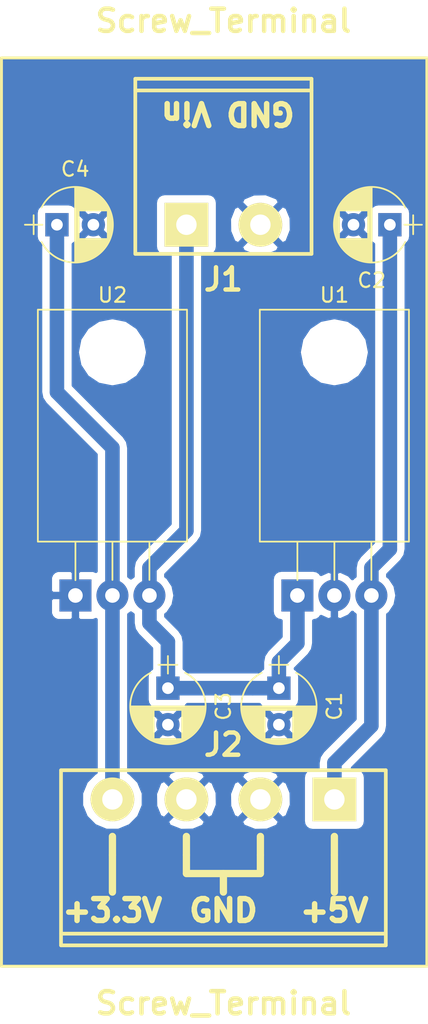
<source format=kicad_pcb>
(kicad_pcb (version 4) (host pcbnew 4.0.7)

  (general
    (links 16)
    (no_connects 0)
    (area 164.999999 63.2508 194.410001 133.7516)
    (thickness 1.6)
    (drawings 19)
    (tracks 21)
    (zones 0)
    (modules 8)
    (nets 5)
  )

  (page A4)
  (layers
    (0 F.Cu signal)
    (31 B.Cu signal)
    (32 B.Adhes user)
    (33 F.Adhes user)
    (34 B.Paste user)
    (35 F.Paste user)
    (36 B.SilkS user)
    (37 F.SilkS user)
    (38 B.Mask user)
    (39 F.Mask user)
    (40 Dwgs.User user)
    (41 Cmts.User user)
    (42 Eco1.User user)
    (43 Eco2.User user)
    (44 Edge.Cuts user)
    (45 Margin user)
    (46 B.CrtYd user)
    (47 F.CrtYd user)
    (48 B.Fab user)
    (49 F.Fab user)
  )

  (setup
    (last_trace_width 1)
    (trace_clearance 0.3)
    (zone_clearance 0.508)
    (zone_45_only no)
    (trace_min 0.2)
    (segment_width 0.2)
    (edge_width 0.15)
    (via_size 0.6)
    (via_drill 0.4)
    (via_min_size 0.4)
    (via_min_drill 0.3)
    (uvia_size 0.3)
    (uvia_drill 0.1)
    (uvias_allowed no)
    (uvia_min_size 0.2)
    (uvia_min_drill 0.1)
    (pcb_text_width 0.3)
    (pcb_text_size 1.5 1.5)
    (mod_edge_width 0.15)
    (mod_text_size 1 1)
    (mod_text_width 0.15)
    (pad_size 2.2 2.2)
    (pad_drill 1)
    (pad_to_mask_clearance 0.2)
    (aux_axis_origin 0 0)
    (visible_elements 7FFFFFFF)
    (pcbplotparams
      (layerselection 0x00000_80000000)
      (usegerberextensions false)
      (excludeedgelayer true)
      (linewidth 0.100000)
      (plotframeref false)
      (viasonmask false)
      (mode 1)
      (useauxorigin false)
      (hpglpennumber 1)
      (hpglpenspeed 20)
      (hpglpendiameter 15)
      (hpglpenoverlay 2)
      (psnegative false)
      (psa4output false)
      (plotreference true)
      (plotvalue true)
      (plotinvisibletext false)
      (padsonsilk false)
      (subtractmaskfromsilk false)
      (outputformat 4)
      (mirror false)
      (drillshape 0)
      (scaleselection 1)
      (outputdirectory ./))
  )

  (net 0 "")
  (net 1 VCC)
  (net 2 GNDD)
  (net 3 +5V)
  (net 4 +3V3)

  (net_class Default "Dies ist die voreingestellte Netzklasse."
    (clearance 0.3)
    (trace_width 1)
    (via_dia 0.6)
    (via_drill 0.4)
    (uvia_dia 0.3)
    (uvia_drill 0.1)
    (add_net +3V3)
    (add_net +5V)
    (add_net GNDD)
    (add_net VCC)
  )

  (module w_conn_screw:mstba_2,5%2f4-g-5,08 (layer F.Cu) (tedit 5A6427B1) (tstamp 5A631A45)
    (at 180.34 118.11 180)
    (descr "Terminal block 2 pins, Phoenix MSTBA 2,5/4-G-5,08")
    (path /5A6309B5)
    (fp_text reference J2 (at 0 3.74904 180) (layer F.SilkS)
      (effects (font (thickness 0.3048)))
    )
    (fp_text value Screw_Terminal (at 0 -13.97 180) (layer F.SilkS)
      (effects (font (thickness 0.3048)))
    )
    (fp_line (start 11.1506 -9.99998) (end -11.1506 -9.99998) (layer F.SilkS) (width 0.254))
    (fp_line (start -11.1506 -9.19988) (end 11.1506 -9.19988) (layer F.SilkS) (width 0.254))
    (fp_line (start -11.1506 1.99898) (end 11.1506 1.99898) (layer F.SilkS) (width 0.254))
    (fp_line (start -11.1506 1.99898) (end -11.1506 -9.99998) (layer F.SilkS) (width 0.254))
    (fp_line (start 11.1506 1.99898) (end 11.1506 -9.99998) (layer F.SilkS) (width 0.254))
    (pad 1 thru_hole rect (at -7.62 0 180) (size 2.99974 2.99974) (drill 1.39954) (layers *.Cu *.Mask F.SilkS)
      (net 3 +5V))
    (pad 2 thru_hole circle (at -2.54 0 180) (size 2.99974 2.99974) (drill 1.39954) (layers *.Cu *.Mask F.SilkS)
      (net 2 GNDD))
    (pad 4 thru_hole circle (at 7.62 0 180) (size 2.99974 2.99974) (drill 1.39954) (layers *.Cu *.Mask F.SilkS)
      (net 4 +3V3))
    (pad 3 thru_hole circle (at 2.54 0 180) (size 2.99974 2.99974) (drill 1.39954) (layers *.Cu *.Mask F.SilkS)
      (net 2 GNDD))
    (model walter/conn_screw/mstba_2,5-4-g-5,08.wrl
      (at (xyz 0 0 0))
      (scale (xyz 1 1 1))
      (rotate (xyz 0 0 0))
    )
  )

  (module Capacitors_THT:CP_Radial_D5.0mm_P2.50mm (layer F.Cu) (tedit 597BC7C2) (tstamp 5A63189E)
    (at 184.15 110.49 270)
    (descr "CP, Radial series, Radial, pin pitch=2.50mm, , diameter=5mm, Electrolytic Capacitor")
    (tags "CP Radial series Radial pin pitch 2.50mm  diameter 5mm Electrolytic Capacitor")
    (path /5A62FED3)
    (fp_text reference C1 (at 1.25 -3.81 270) (layer F.SilkS)
      (effects (font (size 1 1) (thickness 0.15)))
    )
    (fp_text value 10µF (at 1.25 3.81 270) (layer F.Fab)
      (effects (font (size 1 1) (thickness 0.15)))
    )
    (fp_arc (start 1.25 0) (end -1.05558 -1.18) (angle 125.8) (layer F.SilkS) (width 0.12))
    (fp_arc (start 1.25 0) (end -1.05558 1.18) (angle -125.8) (layer F.SilkS) (width 0.12))
    (fp_arc (start 1.25 0) (end 3.55558 -1.18) (angle 54.2) (layer F.SilkS) (width 0.12))
    (fp_circle (center 1.25 0) (end 3.75 0) (layer F.Fab) (width 0.1))
    (fp_line (start -2.2 0) (end -1 0) (layer F.Fab) (width 0.1))
    (fp_line (start -1.6 -0.65) (end -1.6 0.65) (layer F.Fab) (width 0.1))
    (fp_line (start 1.25 -2.55) (end 1.25 2.55) (layer F.SilkS) (width 0.12))
    (fp_line (start 1.29 -2.55) (end 1.29 2.55) (layer F.SilkS) (width 0.12))
    (fp_line (start 1.33 -2.549) (end 1.33 2.549) (layer F.SilkS) (width 0.12))
    (fp_line (start 1.37 -2.548) (end 1.37 2.548) (layer F.SilkS) (width 0.12))
    (fp_line (start 1.41 -2.546) (end 1.41 2.546) (layer F.SilkS) (width 0.12))
    (fp_line (start 1.45 -2.543) (end 1.45 2.543) (layer F.SilkS) (width 0.12))
    (fp_line (start 1.49 -2.539) (end 1.49 2.539) (layer F.SilkS) (width 0.12))
    (fp_line (start 1.53 -2.535) (end 1.53 -0.98) (layer F.SilkS) (width 0.12))
    (fp_line (start 1.53 0.98) (end 1.53 2.535) (layer F.SilkS) (width 0.12))
    (fp_line (start 1.57 -2.531) (end 1.57 -0.98) (layer F.SilkS) (width 0.12))
    (fp_line (start 1.57 0.98) (end 1.57 2.531) (layer F.SilkS) (width 0.12))
    (fp_line (start 1.61 -2.525) (end 1.61 -0.98) (layer F.SilkS) (width 0.12))
    (fp_line (start 1.61 0.98) (end 1.61 2.525) (layer F.SilkS) (width 0.12))
    (fp_line (start 1.65 -2.519) (end 1.65 -0.98) (layer F.SilkS) (width 0.12))
    (fp_line (start 1.65 0.98) (end 1.65 2.519) (layer F.SilkS) (width 0.12))
    (fp_line (start 1.69 -2.513) (end 1.69 -0.98) (layer F.SilkS) (width 0.12))
    (fp_line (start 1.69 0.98) (end 1.69 2.513) (layer F.SilkS) (width 0.12))
    (fp_line (start 1.73 -2.506) (end 1.73 -0.98) (layer F.SilkS) (width 0.12))
    (fp_line (start 1.73 0.98) (end 1.73 2.506) (layer F.SilkS) (width 0.12))
    (fp_line (start 1.77 -2.498) (end 1.77 -0.98) (layer F.SilkS) (width 0.12))
    (fp_line (start 1.77 0.98) (end 1.77 2.498) (layer F.SilkS) (width 0.12))
    (fp_line (start 1.81 -2.489) (end 1.81 -0.98) (layer F.SilkS) (width 0.12))
    (fp_line (start 1.81 0.98) (end 1.81 2.489) (layer F.SilkS) (width 0.12))
    (fp_line (start 1.85 -2.48) (end 1.85 -0.98) (layer F.SilkS) (width 0.12))
    (fp_line (start 1.85 0.98) (end 1.85 2.48) (layer F.SilkS) (width 0.12))
    (fp_line (start 1.89 -2.47) (end 1.89 -0.98) (layer F.SilkS) (width 0.12))
    (fp_line (start 1.89 0.98) (end 1.89 2.47) (layer F.SilkS) (width 0.12))
    (fp_line (start 1.93 -2.46) (end 1.93 -0.98) (layer F.SilkS) (width 0.12))
    (fp_line (start 1.93 0.98) (end 1.93 2.46) (layer F.SilkS) (width 0.12))
    (fp_line (start 1.971 -2.448) (end 1.971 -0.98) (layer F.SilkS) (width 0.12))
    (fp_line (start 1.971 0.98) (end 1.971 2.448) (layer F.SilkS) (width 0.12))
    (fp_line (start 2.011 -2.436) (end 2.011 -0.98) (layer F.SilkS) (width 0.12))
    (fp_line (start 2.011 0.98) (end 2.011 2.436) (layer F.SilkS) (width 0.12))
    (fp_line (start 2.051 -2.424) (end 2.051 -0.98) (layer F.SilkS) (width 0.12))
    (fp_line (start 2.051 0.98) (end 2.051 2.424) (layer F.SilkS) (width 0.12))
    (fp_line (start 2.091 -2.41) (end 2.091 -0.98) (layer F.SilkS) (width 0.12))
    (fp_line (start 2.091 0.98) (end 2.091 2.41) (layer F.SilkS) (width 0.12))
    (fp_line (start 2.131 -2.396) (end 2.131 -0.98) (layer F.SilkS) (width 0.12))
    (fp_line (start 2.131 0.98) (end 2.131 2.396) (layer F.SilkS) (width 0.12))
    (fp_line (start 2.171 -2.382) (end 2.171 -0.98) (layer F.SilkS) (width 0.12))
    (fp_line (start 2.171 0.98) (end 2.171 2.382) (layer F.SilkS) (width 0.12))
    (fp_line (start 2.211 -2.366) (end 2.211 -0.98) (layer F.SilkS) (width 0.12))
    (fp_line (start 2.211 0.98) (end 2.211 2.366) (layer F.SilkS) (width 0.12))
    (fp_line (start 2.251 -2.35) (end 2.251 -0.98) (layer F.SilkS) (width 0.12))
    (fp_line (start 2.251 0.98) (end 2.251 2.35) (layer F.SilkS) (width 0.12))
    (fp_line (start 2.291 -2.333) (end 2.291 -0.98) (layer F.SilkS) (width 0.12))
    (fp_line (start 2.291 0.98) (end 2.291 2.333) (layer F.SilkS) (width 0.12))
    (fp_line (start 2.331 -2.315) (end 2.331 -0.98) (layer F.SilkS) (width 0.12))
    (fp_line (start 2.331 0.98) (end 2.331 2.315) (layer F.SilkS) (width 0.12))
    (fp_line (start 2.371 -2.296) (end 2.371 -0.98) (layer F.SilkS) (width 0.12))
    (fp_line (start 2.371 0.98) (end 2.371 2.296) (layer F.SilkS) (width 0.12))
    (fp_line (start 2.411 -2.276) (end 2.411 -0.98) (layer F.SilkS) (width 0.12))
    (fp_line (start 2.411 0.98) (end 2.411 2.276) (layer F.SilkS) (width 0.12))
    (fp_line (start 2.451 -2.256) (end 2.451 -0.98) (layer F.SilkS) (width 0.12))
    (fp_line (start 2.451 0.98) (end 2.451 2.256) (layer F.SilkS) (width 0.12))
    (fp_line (start 2.491 -2.234) (end 2.491 -0.98) (layer F.SilkS) (width 0.12))
    (fp_line (start 2.491 0.98) (end 2.491 2.234) (layer F.SilkS) (width 0.12))
    (fp_line (start 2.531 -2.212) (end 2.531 -0.98) (layer F.SilkS) (width 0.12))
    (fp_line (start 2.531 0.98) (end 2.531 2.212) (layer F.SilkS) (width 0.12))
    (fp_line (start 2.571 -2.189) (end 2.571 -0.98) (layer F.SilkS) (width 0.12))
    (fp_line (start 2.571 0.98) (end 2.571 2.189) (layer F.SilkS) (width 0.12))
    (fp_line (start 2.611 -2.165) (end 2.611 -0.98) (layer F.SilkS) (width 0.12))
    (fp_line (start 2.611 0.98) (end 2.611 2.165) (layer F.SilkS) (width 0.12))
    (fp_line (start 2.651 -2.14) (end 2.651 -0.98) (layer F.SilkS) (width 0.12))
    (fp_line (start 2.651 0.98) (end 2.651 2.14) (layer F.SilkS) (width 0.12))
    (fp_line (start 2.691 -2.113) (end 2.691 -0.98) (layer F.SilkS) (width 0.12))
    (fp_line (start 2.691 0.98) (end 2.691 2.113) (layer F.SilkS) (width 0.12))
    (fp_line (start 2.731 -2.086) (end 2.731 -0.98) (layer F.SilkS) (width 0.12))
    (fp_line (start 2.731 0.98) (end 2.731 2.086) (layer F.SilkS) (width 0.12))
    (fp_line (start 2.771 -2.058) (end 2.771 -0.98) (layer F.SilkS) (width 0.12))
    (fp_line (start 2.771 0.98) (end 2.771 2.058) (layer F.SilkS) (width 0.12))
    (fp_line (start 2.811 -2.028) (end 2.811 -0.98) (layer F.SilkS) (width 0.12))
    (fp_line (start 2.811 0.98) (end 2.811 2.028) (layer F.SilkS) (width 0.12))
    (fp_line (start 2.851 -1.997) (end 2.851 -0.98) (layer F.SilkS) (width 0.12))
    (fp_line (start 2.851 0.98) (end 2.851 1.997) (layer F.SilkS) (width 0.12))
    (fp_line (start 2.891 -1.965) (end 2.891 -0.98) (layer F.SilkS) (width 0.12))
    (fp_line (start 2.891 0.98) (end 2.891 1.965) (layer F.SilkS) (width 0.12))
    (fp_line (start 2.931 -1.932) (end 2.931 -0.98) (layer F.SilkS) (width 0.12))
    (fp_line (start 2.931 0.98) (end 2.931 1.932) (layer F.SilkS) (width 0.12))
    (fp_line (start 2.971 -1.897) (end 2.971 -0.98) (layer F.SilkS) (width 0.12))
    (fp_line (start 2.971 0.98) (end 2.971 1.897) (layer F.SilkS) (width 0.12))
    (fp_line (start 3.011 -1.861) (end 3.011 -0.98) (layer F.SilkS) (width 0.12))
    (fp_line (start 3.011 0.98) (end 3.011 1.861) (layer F.SilkS) (width 0.12))
    (fp_line (start 3.051 -1.823) (end 3.051 -0.98) (layer F.SilkS) (width 0.12))
    (fp_line (start 3.051 0.98) (end 3.051 1.823) (layer F.SilkS) (width 0.12))
    (fp_line (start 3.091 -1.783) (end 3.091 -0.98) (layer F.SilkS) (width 0.12))
    (fp_line (start 3.091 0.98) (end 3.091 1.783) (layer F.SilkS) (width 0.12))
    (fp_line (start 3.131 -1.742) (end 3.131 -0.98) (layer F.SilkS) (width 0.12))
    (fp_line (start 3.131 0.98) (end 3.131 1.742) (layer F.SilkS) (width 0.12))
    (fp_line (start 3.171 -1.699) (end 3.171 -0.98) (layer F.SilkS) (width 0.12))
    (fp_line (start 3.171 0.98) (end 3.171 1.699) (layer F.SilkS) (width 0.12))
    (fp_line (start 3.211 -1.654) (end 3.211 -0.98) (layer F.SilkS) (width 0.12))
    (fp_line (start 3.211 0.98) (end 3.211 1.654) (layer F.SilkS) (width 0.12))
    (fp_line (start 3.251 -1.606) (end 3.251 -0.98) (layer F.SilkS) (width 0.12))
    (fp_line (start 3.251 0.98) (end 3.251 1.606) (layer F.SilkS) (width 0.12))
    (fp_line (start 3.291 -1.556) (end 3.291 -0.98) (layer F.SilkS) (width 0.12))
    (fp_line (start 3.291 0.98) (end 3.291 1.556) (layer F.SilkS) (width 0.12))
    (fp_line (start 3.331 -1.504) (end 3.331 -0.98) (layer F.SilkS) (width 0.12))
    (fp_line (start 3.331 0.98) (end 3.331 1.504) (layer F.SilkS) (width 0.12))
    (fp_line (start 3.371 -1.448) (end 3.371 -0.98) (layer F.SilkS) (width 0.12))
    (fp_line (start 3.371 0.98) (end 3.371 1.448) (layer F.SilkS) (width 0.12))
    (fp_line (start 3.411 -1.39) (end 3.411 -0.98) (layer F.SilkS) (width 0.12))
    (fp_line (start 3.411 0.98) (end 3.411 1.39) (layer F.SilkS) (width 0.12))
    (fp_line (start 3.451 -1.327) (end 3.451 -0.98) (layer F.SilkS) (width 0.12))
    (fp_line (start 3.451 0.98) (end 3.451 1.327) (layer F.SilkS) (width 0.12))
    (fp_line (start 3.491 -1.261) (end 3.491 1.261) (layer F.SilkS) (width 0.12))
    (fp_line (start 3.531 -1.189) (end 3.531 1.189) (layer F.SilkS) (width 0.12))
    (fp_line (start 3.571 -1.112) (end 3.571 1.112) (layer F.SilkS) (width 0.12))
    (fp_line (start 3.611 -1.028) (end 3.611 1.028) (layer F.SilkS) (width 0.12))
    (fp_line (start 3.651 -0.934) (end 3.651 0.934) (layer F.SilkS) (width 0.12))
    (fp_line (start 3.691 -0.829) (end 3.691 0.829) (layer F.SilkS) (width 0.12))
    (fp_line (start 3.731 -0.707) (end 3.731 0.707) (layer F.SilkS) (width 0.12))
    (fp_line (start 3.771 -0.559) (end 3.771 0.559) (layer F.SilkS) (width 0.12))
    (fp_line (start 3.811 -0.354) (end 3.811 0.354) (layer F.SilkS) (width 0.12))
    (fp_line (start -2.2 0) (end -1 0) (layer F.SilkS) (width 0.12))
    (fp_line (start -1.6 -0.65) (end -1.6 0.65) (layer F.SilkS) (width 0.12))
    (fp_line (start -1.6 -2.85) (end -1.6 2.85) (layer F.CrtYd) (width 0.05))
    (fp_line (start -1.6 2.85) (end 4.1 2.85) (layer F.CrtYd) (width 0.05))
    (fp_line (start 4.1 2.85) (end 4.1 -2.85) (layer F.CrtYd) (width 0.05))
    (fp_line (start 4.1 -2.85) (end -1.6 -2.85) (layer F.CrtYd) (width 0.05))
    (fp_text user %R (at 1.25 0 270) (layer F.Fab)
      (effects (font (size 1 1) (thickness 0.15)))
    )
    (pad 1 thru_hole rect (at 0 0 270) (size 1.6 1.6) (drill 0.8) (layers *.Cu *.Mask)
      (net 1 VCC))
    (pad 2 thru_hole circle (at 2.5 0 270) (size 1.6 1.6) (drill 0.8) (layers *.Cu *.Mask)
      (net 2 GNDD))
    (model ${KISYS3DMOD}/Capacitors_THT.3dshapes/CP_Radial_D5.0mm_P2.50mm.wrl
      (at (xyz 0 0 0))
      (scale (xyz 1 1 1))
      (rotate (xyz 0 0 0))
    )
  )

  (module Capacitors_THT:CP_Radial_D5.0mm_P2.50mm (layer F.Cu) (tedit 597BC7C2) (tstamp 5A631923)
    (at 191.77 78.74 180)
    (descr "CP, Radial series, Radial, pin pitch=2.50mm, , diameter=5mm, Electrolytic Capacitor")
    (tags "CP Radial series Radial pin pitch 2.50mm  diameter 5mm Electrolytic Capacitor")
    (path /5A62FF39)
    (fp_text reference C2 (at 1.25 -3.81 180) (layer F.SilkS)
      (effects (font (size 1 1) (thickness 0.15)))
    )
    (fp_text value 10µF (at 1.25 3.81 180) (layer F.Fab)
      (effects (font (size 1 1) (thickness 0.15)))
    )
    (fp_arc (start 1.25 0) (end -1.05558 -1.18) (angle 125.8) (layer F.SilkS) (width 0.12))
    (fp_arc (start 1.25 0) (end -1.05558 1.18) (angle -125.8) (layer F.SilkS) (width 0.12))
    (fp_arc (start 1.25 0) (end 3.55558 -1.18) (angle 54.2) (layer F.SilkS) (width 0.12))
    (fp_circle (center 1.25 0) (end 3.75 0) (layer F.Fab) (width 0.1))
    (fp_line (start -2.2 0) (end -1 0) (layer F.Fab) (width 0.1))
    (fp_line (start -1.6 -0.65) (end -1.6 0.65) (layer F.Fab) (width 0.1))
    (fp_line (start 1.25 -2.55) (end 1.25 2.55) (layer F.SilkS) (width 0.12))
    (fp_line (start 1.29 -2.55) (end 1.29 2.55) (layer F.SilkS) (width 0.12))
    (fp_line (start 1.33 -2.549) (end 1.33 2.549) (layer F.SilkS) (width 0.12))
    (fp_line (start 1.37 -2.548) (end 1.37 2.548) (layer F.SilkS) (width 0.12))
    (fp_line (start 1.41 -2.546) (end 1.41 2.546) (layer F.SilkS) (width 0.12))
    (fp_line (start 1.45 -2.543) (end 1.45 2.543) (layer F.SilkS) (width 0.12))
    (fp_line (start 1.49 -2.539) (end 1.49 2.539) (layer F.SilkS) (width 0.12))
    (fp_line (start 1.53 -2.535) (end 1.53 -0.98) (layer F.SilkS) (width 0.12))
    (fp_line (start 1.53 0.98) (end 1.53 2.535) (layer F.SilkS) (width 0.12))
    (fp_line (start 1.57 -2.531) (end 1.57 -0.98) (layer F.SilkS) (width 0.12))
    (fp_line (start 1.57 0.98) (end 1.57 2.531) (layer F.SilkS) (width 0.12))
    (fp_line (start 1.61 -2.525) (end 1.61 -0.98) (layer F.SilkS) (width 0.12))
    (fp_line (start 1.61 0.98) (end 1.61 2.525) (layer F.SilkS) (width 0.12))
    (fp_line (start 1.65 -2.519) (end 1.65 -0.98) (layer F.SilkS) (width 0.12))
    (fp_line (start 1.65 0.98) (end 1.65 2.519) (layer F.SilkS) (width 0.12))
    (fp_line (start 1.69 -2.513) (end 1.69 -0.98) (layer F.SilkS) (width 0.12))
    (fp_line (start 1.69 0.98) (end 1.69 2.513) (layer F.SilkS) (width 0.12))
    (fp_line (start 1.73 -2.506) (end 1.73 -0.98) (layer F.SilkS) (width 0.12))
    (fp_line (start 1.73 0.98) (end 1.73 2.506) (layer F.SilkS) (width 0.12))
    (fp_line (start 1.77 -2.498) (end 1.77 -0.98) (layer F.SilkS) (width 0.12))
    (fp_line (start 1.77 0.98) (end 1.77 2.498) (layer F.SilkS) (width 0.12))
    (fp_line (start 1.81 -2.489) (end 1.81 -0.98) (layer F.SilkS) (width 0.12))
    (fp_line (start 1.81 0.98) (end 1.81 2.489) (layer F.SilkS) (width 0.12))
    (fp_line (start 1.85 -2.48) (end 1.85 -0.98) (layer F.SilkS) (width 0.12))
    (fp_line (start 1.85 0.98) (end 1.85 2.48) (layer F.SilkS) (width 0.12))
    (fp_line (start 1.89 -2.47) (end 1.89 -0.98) (layer F.SilkS) (width 0.12))
    (fp_line (start 1.89 0.98) (end 1.89 2.47) (layer F.SilkS) (width 0.12))
    (fp_line (start 1.93 -2.46) (end 1.93 -0.98) (layer F.SilkS) (width 0.12))
    (fp_line (start 1.93 0.98) (end 1.93 2.46) (layer F.SilkS) (width 0.12))
    (fp_line (start 1.971 -2.448) (end 1.971 -0.98) (layer F.SilkS) (width 0.12))
    (fp_line (start 1.971 0.98) (end 1.971 2.448) (layer F.SilkS) (width 0.12))
    (fp_line (start 2.011 -2.436) (end 2.011 -0.98) (layer F.SilkS) (width 0.12))
    (fp_line (start 2.011 0.98) (end 2.011 2.436) (layer F.SilkS) (width 0.12))
    (fp_line (start 2.051 -2.424) (end 2.051 -0.98) (layer F.SilkS) (width 0.12))
    (fp_line (start 2.051 0.98) (end 2.051 2.424) (layer F.SilkS) (width 0.12))
    (fp_line (start 2.091 -2.41) (end 2.091 -0.98) (layer F.SilkS) (width 0.12))
    (fp_line (start 2.091 0.98) (end 2.091 2.41) (layer F.SilkS) (width 0.12))
    (fp_line (start 2.131 -2.396) (end 2.131 -0.98) (layer F.SilkS) (width 0.12))
    (fp_line (start 2.131 0.98) (end 2.131 2.396) (layer F.SilkS) (width 0.12))
    (fp_line (start 2.171 -2.382) (end 2.171 -0.98) (layer F.SilkS) (width 0.12))
    (fp_line (start 2.171 0.98) (end 2.171 2.382) (layer F.SilkS) (width 0.12))
    (fp_line (start 2.211 -2.366) (end 2.211 -0.98) (layer F.SilkS) (width 0.12))
    (fp_line (start 2.211 0.98) (end 2.211 2.366) (layer F.SilkS) (width 0.12))
    (fp_line (start 2.251 -2.35) (end 2.251 -0.98) (layer F.SilkS) (width 0.12))
    (fp_line (start 2.251 0.98) (end 2.251 2.35) (layer F.SilkS) (width 0.12))
    (fp_line (start 2.291 -2.333) (end 2.291 -0.98) (layer F.SilkS) (width 0.12))
    (fp_line (start 2.291 0.98) (end 2.291 2.333) (layer F.SilkS) (width 0.12))
    (fp_line (start 2.331 -2.315) (end 2.331 -0.98) (layer F.SilkS) (width 0.12))
    (fp_line (start 2.331 0.98) (end 2.331 2.315) (layer F.SilkS) (width 0.12))
    (fp_line (start 2.371 -2.296) (end 2.371 -0.98) (layer F.SilkS) (width 0.12))
    (fp_line (start 2.371 0.98) (end 2.371 2.296) (layer F.SilkS) (width 0.12))
    (fp_line (start 2.411 -2.276) (end 2.411 -0.98) (layer F.SilkS) (width 0.12))
    (fp_line (start 2.411 0.98) (end 2.411 2.276) (layer F.SilkS) (width 0.12))
    (fp_line (start 2.451 -2.256) (end 2.451 -0.98) (layer F.SilkS) (width 0.12))
    (fp_line (start 2.451 0.98) (end 2.451 2.256) (layer F.SilkS) (width 0.12))
    (fp_line (start 2.491 -2.234) (end 2.491 -0.98) (layer F.SilkS) (width 0.12))
    (fp_line (start 2.491 0.98) (end 2.491 2.234) (layer F.SilkS) (width 0.12))
    (fp_line (start 2.531 -2.212) (end 2.531 -0.98) (layer F.SilkS) (width 0.12))
    (fp_line (start 2.531 0.98) (end 2.531 2.212) (layer F.SilkS) (width 0.12))
    (fp_line (start 2.571 -2.189) (end 2.571 -0.98) (layer F.SilkS) (width 0.12))
    (fp_line (start 2.571 0.98) (end 2.571 2.189) (layer F.SilkS) (width 0.12))
    (fp_line (start 2.611 -2.165) (end 2.611 -0.98) (layer F.SilkS) (width 0.12))
    (fp_line (start 2.611 0.98) (end 2.611 2.165) (layer F.SilkS) (width 0.12))
    (fp_line (start 2.651 -2.14) (end 2.651 -0.98) (layer F.SilkS) (width 0.12))
    (fp_line (start 2.651 0.98) (end 2.651 2.14) (layer F.SilkS) (width 0.12))
    (fp_line (start 2.691 -2.113) (end 2.691 -0.98) (layer F.SilkS) (width 0.12))
    (fp_line (start 2.691 0.98) (end 2.691 2.113) (layer F.SilkS) (width 0.12))
    (fp_line (start 2.731 -2.086) (end 2.731 -0.98) (layer F.SilkS) (width 0.12))
    (fp_line (start 2.731 0.98) (end 2.731 2.086) (layer F.SilkS) (width 0.12))
    (fp_line (start 2.771 -2.058) (end 2.771 -0.98) (layer F.SilkS) (width 0.12))
    (fp_line (start 2.771 0.98) (end 2.771 2.058) (layer F.SilkS) (width 0.12))
    (fp_line (start 2.811 -2.028) (end 2.811 -0.98) (layer F.SilkS) (width 0.12))
    (fp_line (start 2.811 0.98) (end 2.811 2.028) (layer F.SilkS) (width 0.12))
    (fp_line (start 2.851 -1.997) (end 2.851 -0.98) (layer F.SilkS) (width 0.12))
    (fp_line (start 2.851 0.98) (end 2.851 1.997) (layer F.SilkS) (width 0.12))
    (fp_line (start 2.891 -1.965) (end 2.891 -0.98) (layer F.SilkS) (width 0.12))
    (fp_line (start 2.891 0.98) (end 2.891 1.965) (layer F.SilkS) (width 0.12))
    (fp_line (start 2.931 -1.932) (end 2.931 -0.98) (layer F.SilkS) (width 0.12))
    (fp_line (start 2.931 0.98) (end 2.931 1.932) (layer F.SilkS) (width 0.12))
    (fp_line (start 2.971 -1.897) (end 2.971 -0.98) (layer F.SilkS) (width 0.12))
    (fp_line (start 2.971 0.98) (end 2.971 1.897) (layer F.SilkS) (width 0.12))
    (fp_line (start 3.011 -1.861) (end 3.011 -0.98) (layer F.SilkS) (width 0.12))
    (fp_line (start 3.011 0.98) (end 3.011 1.861) (layer F.SilkS) (width 0.12))
    (fp_line (start 3.051 -1.823) (end 3.051 -0.98) (layer F.SilkS) (width 0.12))
    (fp_line (start 3.051 0.98) (end 3.051 1.823) (layer F.SilkS) (width 0.12))
    (fp_line (start 3.091 -1.783) (end 3.091 -0.98) (layer F.SilkS) (width 0.12))
    (fp_line (start 3.091 0.98) (end 3.091 1.783) (layer F.SilkS) (width 0.12))
    (fp_line (start 3.131 -1.742) (end 3.131 -0.98) (layer F.SilkS) (width 0.12))
    (fp_line (start 3.131 0.98) (end 3.131 1.742) (layer F.SilkS) (width 0.12))
    (fp_line (start 3.171 -1.699) (end 3.171 -0.98) (layer F.SilkS) (width 0.12))
    (fp_line (start 3.171 0.98) (end 3.171 1.699) (layer F.SilkS) (width 0.12))
    (fp_line (start 3.211 -1.654) (end 3.211 -0.98) (layer F.SilkS) (width 0.12))
    (fp_line (start 3.211 0.98) (end 3.211 1.654) (layer F.SilkS) (width 0.12))
    (fp_line (start 3.251 -1.606) (end 3.251 -0.98) (layer F.SilkS) (width 0.12))
    (fp_line (start 3.251 0.98) (end 3.251 1.606) (layer F.SilkS) (width 0.12))
    (fp_line (start 3.291 -1.556) (end 3.291 -0.98) (layer F.SilkS) (width 0.12))
    (fp_line (start 3.291 0.98) (end 3.291 1.556) (layer F.SilkS) (width 0.12))
    (fp_line (start 3.331 -1.504) (end 3.331 -0.98) (layer F.SilkS) (width 0.12))
    (fp_line (start 3.331 0.98) (end 3.331 1.504) (layer F.SilkS) (width 0.12))
    (fp_line (start 3.371 -1.448) (end 3.371 -0.98) (layer F.SilkS) (width 0.12))
    (fp_line (start 3.371 0.98) (end 3.371 1.448) (layer F.SilkS) (width 0.12))
    (fp_line (start 3.411 -1.39) (end 3.411 -0.98) (layer F.SilkS) (width 0.12))
    (fp_line (start 3.411 0.98) (end 3.411 1.39) (layer F.SilkS) (width 0.12))
    (fp_line (start 3.451 -1.327) (end 3.451 -0.98) (layer F.SilkS) (width 0.12))
    (fp_line (start 3.451 0.98) (end 3.451 1.327) (layer F.SilkS) (width 0.12))
    (fp_line (start 3.491 -1.261) (end 3.491 1.261) (layer F.SilkS) (width 0.12))
    (fp_line (start 3.531 -1.189) (end 3.531 1.189) (layer F.SilkS) (width 0.12))
    (fp_line (start 3.571 -1.112) (end 3.571 1.112) (layer F.SilkS) (width 0.12))
    (fp_line (start 3.611 -1.028) (end 3.611 1.028) (layer F.SilkS) (width 0.12))
    (fp_line (start 3.651 -0.934) (end 3.651 0.934) (layer F.SilkS) (width 0.12))
    (fp_line (start 3.691 -0.829) (end 3.691 0.829) (layer F.SilkS) (width 0.12))
    (fp_line (start 3.731 -0.707) (end 3.731 0.707) (layer F.SilkS) (width 0.12))
    (fp_line (start 3.771 -0.559) (end 3.771 0.559) (layer F.SilkS) (width 0.12))
    (fp_line (start 3.811 -0.354) (end 3.811 0.354) (layer F.SilkS) (width 0.12))
    (fp_line (start -2.2 0) (end -1 0) (layer F.SilkS) (width 0.12))
    (fp_line (start -1.6 -0.65) (end -1.6 0.65) (layer F.SilkS) (width 0.12))
    (fp_line (start -1.6 -2.85) (end -1.6 2.85) (layer F.CrtYd) (width 0.05))
    (fp_line (start -1.6 2.85) (end 4.1 2.85) (layer F.CrtYd) (width 0.05))
    (fp_line (start 4.1 2.85) (end 4.1 -2.85) (layer F.CrtYd) (width 0.05))
    (fp_line (start 4.1 -2.85) (end -1.6 -2.85) (layer F.CrtYd) (width 0.05))
    (fp_text user %R (at 1.25 0 180) (layer F.Fab)
      (effects (font (size 1 1) (thickness 0.15)))
    )
    (pad 1 thru_hole rect (at 0 0 180) (size 1.6 1.6) (drill 0.8) (layers *.Cu *.Mask)
      (net 3 +5V))
    (pad 2 thru_hole circle (at 2.5 0 180) (size 1.6 1.6) (drill 0.8) (layers *.Cu *.Mask)
      (net 2 GNDD))
    (model ${KISYS3DMOD}/Capacitors_THT.3dshapes/CP_Radial_D5.0mm_P2.50mm.wrl
      (at (xyz 0 0 0))
      (scale (xyz 1 1 1))
      (rotate (xyz 0 0 0))
    )
  )

  (module Capacitors_THT:CP_Radial_D5.0mm_P2.50mm (layer F.Cu) (tedit 597BC7C2) (tstamp 5A6319A8)
    (at 176.53 110.49 270)
    (descr "CP, Radial series, Radial, pin pitch=2.50mm, , diameter=5mm, Electrolytic Capacitor")
    (tags "CP Radial series Radial pin pitch 2.50mm  diameter 5mm Electrolytic Capacitor")
    (path /5A62FF73)
    (fp_text reference C3 (at 1.25 -3.81 270) (layer F.SilkS)
      (effects (font (size 1 1) (thickness 0.15)))
    )
    (fp_text value 10µF (at 1.25 3.81 270) (layer F.Fab)
      (effects (font (size 1 1) (thickness 0.15)))
    )
    (fp_arc (start 1.25 0) (end -1.05558 -1.18) (angle 125.8) (layer F.SilkS) (width 0.12))
    (fp_arc (start 1.25 0) (end -1.05558 1.18) (angle -125.8) (layer F.SilkS) (width 0.12))
    (fp_arc (start 1.25 0) (end 3.55558 -1.18) (angle 54.2) (layer F.SilkS) (width 0.12))
    (fp_circle (center 1.25 0) (end 3.75 0) (layer F.Fab) (width 0.1))
    (fp_line (start -2.2 0) (end -1 0) (layer F.Fab) (width 0.1))
    (fp_line (start -1.6 -0.65) (end -1.6 0.65) (layer F.Fab) (width 0.1))
    (fp_line (start 1.25 -2.55) (end 1.25 2.55) (layer F.SilkS) (width 0.12))
    (fp_line (start 1.29 -2.55) (end 1.29 2.55) (layer F.SilkS) (width 0.12))
    (fp_line (start 1.33 -2.549) (end 1.33 2.549) (layer F.SilkS) (width 0.12))
    (fp_line (start 1.37 -2.548) (end 1.37 2.548) (layer F.SilkS) (width 0.12))
    (fp_line (start 1.41 -2.546) (end 1.41 2.546) (layer F.SilkS) (width 0.12))
    (fp_line (start 1.45 -2.543) (end 1.45 2.543) (layer F.SilkS) (width 0.12))
    (fp_line (start 1.49 -2.539) (end 1.49 2.539) (layer F.SilkS) (width 0.12))
    (fp_line (start 1.53 -2.535) (end 1.53 -0.98) (layer F.SilkS) (width 0.12))
    (fp_line (start 1.53 0.98) (end 1.53 2.535) (layer F.SilkS) (width 0.12))
    (fp_line (start 1.57 -2.531) (end 1.57 -0.98) (layer F.SilkS) (width 0.12))
    (fp_line (start 1.57 0.98) (end 1.57 2.531) (layer F.SilkS) (width 0.12))
    (fp_line (start 1.61 -2.525) (end 1.61 -0.98) (layer F.SilkS) (width 0.12))
    (fp_line (start 1.61 0.98) (end 1.61 2.525) (layer F.SilkS) (width 0.12))
    (fp_line (start 1.65 -2.519) (end 1.65 -0.98) (layer F.SilkS) (width 0.12))
    (fp_line (start 1.65 0.98) (end 1.65 2.519) (layer F.SilkS) (width 0.12))
    (fp_line (start 1.69 -2.513) (end 1.69 -0.98) (layer F.SilkS) (width 0.12))
    (fp_line (start 1.69 0.98) (end 1.69 2.513) (layer F.SilkS) (width 0.12))
    (fp_line (start 1.73 -2.506) (end 1.73 -0.98) (layer F.SilkS) (width 0.12))
    (fp_line (start 1.73 0.98) (end 1.73 2.506) (layer F.SilkS) (width 0.12))
    (fp_line (start 1.77 -2.498) (end 1.77 -0.98) (layer F.SilkS) (width 0.12))
    (fp_line (start 1.77 0.98) (end 1.77 2.498) (layer F.SilkS) (width 0.12))
    (fp_line (start 1.81 -2.489) (end 1.81 -0.98) (layer F.SilkS) (width 0.12))
    (fp_line (start 1.81 0.98) (end 1.81 2.489) (layer F.SilkS) (width 0.12))
    (fp_line (start 1.85 -2.48) (end 1.85 -0.98) (layer F.SilkS) (width 0.12))
    (fp_line (start 1.85 0.98) (end 1.85 2.48) (layer F.SilkS) (width 0.12))
    (fp_line (start 1.89 -2.47) (end 1.89 -0.98) (layer F.SilkS) (width 0.12))
    (fp_line (start 1.89 0.98) (end 1.89 2.47) (layer F.SilkS) (width 0.12))
    (fp_line (start 1.93 -2.46) (end 1.93 -0.98) (layer F.SilkS) (width 0.12))
    (fp_line (start 1.93 0.98) (end 1.93 2.46) (layer F.SilkS) (width 0.12))
    (fp_line (start 1.971 -2.448) (end 1.971 -0.98) (layer F.SilkS) (width 0.12))
    (fp_line (start 1.971 0.98) (end 1.971 2.448) (layer F.SilkS) (width 0.12))
    (fp_line (start 2.011 -2.436) (end 2.011 -0.98) (layer F.SilkS) (width 0.12))
    (fp_line (start 2.011 0.98) (end 2.011 2.436) (layer F.SilkS) (width 0.12))
    (fp_line (start 2.051 -2.424) (end 2.051 -0.98) (layer F.SilkS) (width 0.12))
    (fp_line (start 2.051 0.98) (end 2.051 2.424) (layer F.SilkS) (width 0.12))
    (fp_line (start 2.091 -2.41) (end 2.091 -0.98) (layer F.SilkS) (width 0.12))
    (fp_line (start 2.091 0.98) (end 2.091 2.41) (layer F.SilkS) (width 0.12))
    (fp_line (start 2.131 -2.396) (end 2.131 -0.98) (layer F.SilkS) (width 0.12))
    (fp_line (start 2.131 0.98) (end 2.131 2.396) (layer F.SilkS) (width 0.12))
    (fp_line (start 2.171 -2.382) (end 2.171 -0.98) (layer F.SilkS) (width 0.12))
    (fp_line (start 2.171 0.98) (end 2.171 2.382) (layer F.SilkS) (width 0.12))
    (fp_line (start 2.211 -2.366) (end 2.211 -0.98) (layer F.SilkS) (width 0.12))
    (fp_line (start 2.211 0.98) (end 2.211 2.366) (layer F.SilkS) (width 0.12))
    (fp_line (start 2.251 -2.35) (end 2.251 -0.98) (layer F.SilkS) (width 0.12))
    (fp_line (start 2.251 0.98) (end 2.251 2.35) (layer F.SilkS) (width 0.12))
    (fp_line (start 2.291 -2.333) (end 2.291 -0.98) (layer F.SilkS) (width 0.12))
    (fp_line (start 2.291 0.98) (end 2.291 2.333) (layer F.SilkS) (width 0.12))
    (fp_line (start 2.331 -2.315) (end 2.331 -0.98) (layer F.SilkS) (width 0.12))
    (fp_line (start 2.331 0.98) (end 2.331 2.315) (layer F.SilkS) (width 0.12))
    (fp_line (start 2.371 -2.296) (end 2.371 -0.98) (layer F.SilkS) (width 0.12))
    (fp_line (start 2.371 0.98) (end 2.371 2.296) (layer F.SilkS) (width 0.12))
    (fp_line (start 2.411 -2.276) (end 2.411 -0.98) (layer F.SilkS) (width 0.12))
    (fp_line (start 2.411 0.98) (end 2.411 2.276) (layer F.SilkS) (width 0.12))
    (fp_line (start 2.451 -2.256) (end 2.451 -0.98) (layer F.SilkS) (width 0.12))
    (fp_line (start 2.451 0.98) (end 2.451 2.256) (layer F.SilkS) (width 0.12))
    (fp_line (start 2.491 -2.234) (end 2.491 -0.98) (layer F.SilkS) (width 0.12))
    (fp_line (start 2.491 0.98) (end 2.491 2.234) (layer F.SilkS) (width 0.12))
    (fp_line (start 2.531 -2.212) (end 2.531 -0.98) (layer F.SilkS) (width 0.12))
    (fp_line (start 2.531 0.98) (end 2.531 2.212) (layer F.SilkS) (width 0.12))
    (fp_line (start 2.571 -2.189) (end 2.571 -0.98) (layer F.SilkS) (width 0.12))
    (fp_line (start 2.571 0.98) (end 2.571 2.189) (layer F.SilkS) (width 0.12))
    (fp_line (start 2.611 -2.165) (end 2.611 -0.98) (layer F.SilkS) (width 0.12))
    (fp_line (start 2.611 0.98) (end 2.611 2.165) (layer F.SilkS) (width 0.12))
    (fp_line (start 2.651 -2.14) (end 2.651 -0.98) (layer F.SilkS) (width 0.12))
    (fp_line (start 2.651 0.98) (end 2.651 2.14) (layer F.SilkS) (width 0.12))
    (fp_line (start 2.691 -2.113) (end 2.691 -0.98) (layer F.SilkS) (width 0.12))
    (fp_line (start 2.691 0.98) (end 2.691 2.113) (layer F.SilkS) (width 0.12))
    (fp_line (start 2.731 -2.086) (end 2.731 -0.98) (layer F.SilkS) (width 0.12))
    (fp_line (start 2.731 0.98) (end 2.731 2.086) (layer F.SilkS) (width 0.12))
    (fp_line (start 2.771 -2.058) (end 2.771 -0.98) (layer F.SilkS) (width 0.12))
    (fp_line (start 2.771 0.98) (end 2.771 2.058) (layer F.SilkS) (width 0.12))
    (fp_line (start 2.811 -2.028) (end 2.811 -0.98) (layer F.SilkS) (width 0.12))
    (fp_line (start 2.811 0.98) (end 2.811 2.028) (layer F.SilkS) (width 0.12))
    (fp_line (start 2.851 -1.997) (end 2.851 -0.98) (layer F.SilkS) (width 0.12))
    (fp_line (start 2.851 0.98) (end 2.851 1.997) (layer F.SilkS) (width 0.12))
    (fp_line (start 2.891 -1.965) (end 2.891 -0.98) (layer F.SilkS) (width 0.12))
    (fp_line (start 2.891 0.98) (end 2.891 1.965) (layer F.SilkS) (width 0.12))
    (fp_line (start 2.931 -1.932) (end 2.931 -0.98) (layer F.SilkS) (width 0.12))
    (fp_line (start 2.931 0.98) (end 2.931 1.932) (layer F.SilkS) (width 0.12))
    (fp_line (start 2.971 -1.897) (end 2.971 -0.98) (layer F.SilkS) (width 0.12))
    (fp_line (start 2.971 0.98) (end 2.971 1.897) (layer F.SilkS) (width 0.12))
    (fp_line (start 3.011 -1.861) (end 3.011 -0.98) (layer F.SilkS) (width 0.12))
    (fp_line (start 3.011 0.98) (end 3.011 1.861) (layer F.SilkS) (width 0.12))
    (fp_line (start 3.051 -1.823) (end 3.051 -0.98) (layer F.SilkS) (width 0.12))
    (fp_line (start 3.051 0.98) (end 3.051 1.823) (layer F.SilkS) (width 0.12))
    (fp_line (start 3.091 -1.783) (end 3.091 -0.98) (layer F.SilkS) (width 0.12))
    (fp_line (start 3.091 0.98) (end 3.091 1.783) (layer F.SilkS) (width 0.12))
    (fp_line (start 3.131 -1.742) (end 3.131 -0.98) (layer F.SilkS) (width 0.12))
    (fp_line (start 3.131 0.98) (end 3.131 1.742) (layer F.SilkS) (width 0.12))
    (fp_line (start 3.171 -1.699) (end 3.171 -0.98) (layer F.SilkS) (width 0.12))
    (fp_line (start 3.171 0.98) (end 3.171 1.699) (layer F.SilkS) (width 0.12))
    (fp_line (start 3.211 -1.654) (end 3.211 -0.98) (layer F.SilkS) (width 0.12))
    (fp_line (start 3.211 0.98) (end 3.211 1.654) (layer F.SilkS) (width 0.12))
    (fp_line (start 3.251 -1.606) (end 3.251 -0.98) (layer F.SilkS) (width 0.12))
    (fp_line (start 3.251 0.98) (end 3.251 1.606) (layer F.SilkS) (width 0.12))
    (fp_line (start 3.291 -1.556) (end 3.291 -0.98) (layer F.SilkS) (width 0.12))
    (fp_line (start 3.291 0.98) (end 3.291 1.556) (layer F.SilkS) (width 0.12))
    (fp_line (start 3.331 -1.504) (end 3.331 -0.98) (layer F.SilkS) (width 0.12))
    (fp_line (start 3.331 0.98) (end 3.331 1.504) (layer F.SilkS) (width 0.12))
    (fp_line (start 3.371 -1.448) (end 3.371 -0.98) (layer F.SilkS) (width 0.12))
    (fp_line (start 3.371 0.98) (end 3.371 1.448) (layer F.SilkS) (width 0.12))
    (fp_line (start 3.411 -1.39) (end 3.411 -0.98) (layer F.SilkS) (width 0.12))
    (fp_line (start 3.411 0.98) (end 3.411 1.39) (layer F.SilkS) (width 0.12))
    (fp_line (start 3.451 -1.327) (end 3.451 -0.98) (layer F.SilkS) (width 0.12))
    (fp_line (start 3.451 0.98) (end 3.451 1.327) (layer F.SilkS) (width 0.12))
    (fp_line (start 3.491 -1.261) (end 3.491 1.261) (layer F.SilkS) (width 0.12))
    (fp_line (start 3.531 -1.189) (end 3.531 1.189) (layer F.SilkS) (width 0.12))
    (fp_line (start 3.571 -1.112) (end 3.571 1.112) (layer F.SilkS) (width 0.12))
    (fp_line (start 3.611 -1.028) (end 3.611 1.028) (layer F.SilkS) (width 0.12))
    (fp_line (start 3.651 -0.934) (end 3.651 0.934) (layer F.SilkS) (width 0.12))
    (fp_line (start 3.691 -0.829) (end 3.691 0.829) (layer F.SilkS) (width 0.12))
    (fp_line (start 3.731 -0.707) (end 3.731 0.707) (layer F.SilkS) (width 0.12))
    (fp_line (start 3.771 -0.559) (end 3.771 0.559) (layer F.SilkS) (width 0.12))
    (fp_line (start 3.811 -0.354) (end 3.811 0.354) (layer F.SilkS) (width 0.12))
    (fp_line (start -2.2 0) (end -1 0) (layer F.SilkS) (width 0.12))
    (fp_line (start -1.6 -0.65) (end -1.6 0.65) (layer F.SilkS) (width 0.12))
    (fp_line (start -1.6 -2.85) (end -1.6 2.85) (layer F.CrtYd) (width 0.05))
    (fp_line (start -1.6 2.85) (end 4.1 2.85) (layer F.CrtYd) (width 0.05))
    (fp_line (start 4.1 2.85) (end 4.1 -2.85) (layer F.CrtYd) (width 0.05))
    (fp_line (start 4.1 -2.85) (end -1.6 -2.85) (layer F.CrtYd) (width 0.05))
    (fp_text user %R (at 1.25 0 270) (layer F.Fab)
      (effects (font (size 1 1) (thickness 0.15)))
    )
    (pad 1 thru_hole rect (at 0 0 270) (size 1.6 1.6) (drill 0.8) (layers *.Cu *.Mask)
      (net 1 VCC))
    (pad 2 thru_hole circle (at 2.5 0 270) (size 1.6 1.6) (drill 0.8) (layers *.Cu *.Mask)
      (net 2 GNDD))
    (model ${KISYS3DMOD}/Capacitors_THT.3dshapes/CP_Radial_D5.0mm_P2.50mm.wrl
      (at (xyz 0 0 0))
      (scale (xyz 1 1 1))
      (rotate (xyz 0 0 0))
    )
  )

  (module Capacitors_THT:CP_Radial_D5.0mm_P2.50mm (layer F.Cu) (tedit 597BC7C2) (tstamp 5A631A2D)
    (at 168.91 78.74)
    (descr "CP, Radial series, Radial, pin pitch=2.50mm, , diameter=5mm, Electrolytic Capacitor")
    (tags "CP Radial series Radial pin pitch 2.50mm  diameter 5mm Electrolytic Capacitor")
    (path /5A62FFCA)
    (fp_text reference C4 (at 1.25 -3.81) (layer F.SilkS)
      (effects (font (size 1 1) (thickness 0.15)))
    )
    (fp_text value 10µF (at 1.25 3.81) (layer F.Fab)
      (effects (font (size 1 1) (thickness 0.15)))
    )
    (fp_arc (start 1.25 0) (end -1.05558 -1.18) (angle 125.8) (layer F.SilkS) (width 0.12))
    (fp_arc (start 1.25 0) (end -1.05558 1.18) (angle -125.8) (layer F.SilkS) (width 0.12))
    (fp_arc (start 1.25 0) (end 3.55558 -1.18) (angle 54.2) (layer F.SilkS) (width 0.12))
    (fp_circle (center 1.25 0) (end 3.75 0) (layer F.Fab) (width 0.1))
    (fp_line (start -2.2 0) (end -1 0) (layer F.Fab) (width 0.1))
    (fp_line (start -1.6 -0.65) (end -1.6 0.65) (layer F.Fab) (width 0.1))
    (fp_line (start 1.25 -2.55) (end 1.25 2.55) (layer F.SilkS) (width 0.12))
    (fp_line (start 1.29 -2.55) (end 1.29 2.55) (layer F.SilkS) (width 0.12))
    (fp_line (start 1.33 -2.549) (end 1.33 2.549) (layer F.SilkS) (width 0.12))
    (fp_line (start 1.37 -2.548) (end 1.37 2.548) (layer F.SilkS) (width 0.12))
    (fp_line (start 1.41 -2.546) (end 1.41 2.546) (layer F.SilkS) (width 0.12))
    (fp_line (start 1.45 -2.543) (end 1.45 2.543) (layer F.SilkS) (width 0.12))
    (fp_line (start 1.49 -2.539) (end 1.49 2.539) (layer F.SilkS) (width 0.12))
    (fp_line (start 1.53 -2.535) (end 1.53 -0.98) (layer F.SilkS) (width 0.12))
    (fp_line (start 1.53 0.98) (end 1.53 2.535) (layer F.SilkS) (width 0.12))
    (fp_line (start 1.57 -2.531) (end 1.57 -0.98) (layer F.SilkS) (width 0.12))
    (fp_line (start 1.57 0.98) (end 1.57 2.531) (layer F.SilkS) (width 0.12))
    (fp_line (start 1.61 -2.525) (end 1.61 -0.98) (layer F.SilkS) (width 0.12))
    (fp_line (start 1.61 0.98) (end 1.61 2.525) (layer F.SilkS) (width 0.12))
    (fp_line (start 1.65 -2.519) (end 1.65 -0.98) (layer F.SilkS) (width 0.12))
    (fp_line (start 1.65 0.98) (end 1.65 2.519) (layer F.SilkS) (width 0.12))
    (fp_line (start 1.69 -2.513) (end 1.69 -0.98) (layer F.SilkS) (width 0.12))
    (fp_line (start 1.69 0.98) (end 1.69 2.513) (layer F.SilkS) (width 0.12))
    (fp_line (start 1.73 -2.506) (end 1.73 -0.98) (layer F.SilkS) (width 0.12))
    (fp_line (start 1.73 0.98) (end 1.73 2.506) (layer F.SilkS) (width 0.12))
    (fp_line (start 1.77 -2.498) (end 1.77 -0.98) (layer F.SilkS) (width 0.12))
    (fp_line (start 1.77 0.98) (end 1.77 2.498) (layer F.SilkS) (width 0.12))
    (fp_line (start 1.81 -2.489) (end 1.81 -0.98) (layer F.SilkS) (width 0.12))
    (fp_line (start 1.81 0.98) (end 1.81 2.489) (layer F.SilkS) (width 0.12))
    (fp_line (start 1.85 -2.48) (end 1.85 -0.98) (layer F.SilkS) (width 0.12))
    (fp_line (start 1.85 0.98) (end 1.85 2.48) (layer F.SilkS) (width 0.12))
    (fp_line (start 1.89 -2.47) (end 1.89 -0.98) (layer F.SilkS) (width 0.12))
    (fp_line (start 1.89 0.98) (end 1.89 2.47) (layer F.SilkS) (width 0.12))
    (fp_line (start 1.93 -2.46) (end 1.93 -0.98) (layer F.SilkS) (width 0.12))
    (fp_line (start 1.93 0.98) (end 1.93 2.46) (layer F.SilkS) (width 0.12))
    (fp_line (start 1.971 -2.448) (end 1.971 -0.98) (layer F.SilkS) (width 0.12))
    (fp_line (start 1.971 0.98) (end 1.971 2.448) (layer F.SilkS) (width 0.12))
    (fp_line (start 2.011 -2.436) (end 2.011 -0.98) (layer F.SilkS) (width 0.12))
    (fp_line (start 2.011 0.98) (end 2.011 2.436) (layer F.SilkS) (width 0.12))
    (fp_line (start 2.051 -2.424) (end 2.051 -0.98) (layer F.SilkS) (width 0.12))
    (fp_line (start 2.051 0.98) (end 2.051 2.424) (layer F.SilkS) (width 0.12))
    (fp_line (start 2.091 -2.41) (end 2.091 -0.98) (layer F.SilkS) (width 0.12))
    (fp_line (start 2.091 0.98) (end 2.091 2.41) (layer F.SilkS) (width 0.12))
    (fp_line (start 2.131 -2.396) (end 2.131 -0.98) (layer F.SilkS) (width 0.12))
    (fp_line (start 2.131 0.98) (end 2.131 2.396) (layer F.SilkS) (width 0.12))
    (fp_line (start 2.171 -2.382) (end 2.171 -0.98) (layer F.SilkS) (width 0.12))
    (fp_line (start 2.171 0.98) (end 2.171 2.382) (layer F.SilkS) (width 0.12))
    (fp_line (start 2.211 -2.366) (end 2.211 -0.98) (layer F.SilkS) (width 0.12))
    (fp_line (start 2.211 0.98) (end 2.211 2.366) (layer F.SilkS) (width 0.12))
    (fp_line (start 2.251 -2.35) (end 2.251 -0.98) (layer F.SilkS) (width 0.12))
    (fp_line (start 2.251 0.98) (end 2.251 2.35) (layer F.SilkS) (width 0.12))
    (fp_line (start 2.291 -2.333) (end 2.291 -0.98) (layer F.SilkS) (width 0.12))
    (fp_line (start 2.291 0.98) (end 2.291 2.333) (layer F.SilkS) (width 0.12))
    (fp_line (start 2.331 -2.315) (end 2.331 -0.98) (layer F.SilkS) (width 0.12))
    (fp_line (start 2.331 0.98) (end 2.331 2.315) (layer F.SilkS) (width 0.12))
    (fp_line (start 2.371 -2.296) (end 2.371 -0.98) (layer F.SilkS) (width 0.12))
    (fp_line (start 2.371 0.98) (end 2.371 2.296) (layer F.SilkS) (width 0.12))
    (fp_line (start 2.411 -2.276) (end 2.411 -0.98) (layer F.SilkS) (width 0.12))
    (fp_line (start 2.411 0.98) (end 2.411 2.276) (layer F.SilkS) (width 0.12))
    (fp_line (start 2.451 -2.256) (end 2.451 -0.98) (layer F.SilkS) (width 0.12))
    (fp_line (start 2.451 0.98) (end 2.451 2.256) (layer F.SilkS) (width 0.12))
    (fp_line (start 2.491 -2.234) (end 2.491 -0.98) (layer F.SilkS) (width 0.12))
    (fp_line (start 2.491 0.98) (end 2.491 2.234) (layer F.SilkS) (width 0.12))
    (fp_line (start 2.531 -2.212) (end 2.531 -0.98) (layer F.SilkS) (width 0.12))
    (fp_line (start 2.531 0.98) (end 2.531 2.212) (layer F.SilkS) (width 0.12))
    (fp_line (start 2.571 -2.189) (end 2.571 -0.98) (layer F.SilkS) (width 0.12))
    (fp_line (start 2.571 0.98) (end 2.571 2.189) (layer F.SilkS) (width 0.12))
    (fp_line (start 2.611 -2.165) (end 2.611 -0.98) (layer F.SilkS) (width 0.12))
    (fp_line (start 2.611 0.98) (end 2.611 2.165) (layer F.SilkS) (width 0.12))
    (fp_line (start 2.651 -2.14) (end 2.651 -0.98) (layer F.SilkS) (width 0.12))
    (fp_line (start 2.651 0.98) (end 2.651 2.14) (layer F.SilkS) (width 0.12))
    (fp_line (start 2.691 -2.113) (end 2.691 -0.98) (layer F.SilkS) (width 0.12))
    (fp_line (start 2.691 0.98) (end 2.691 2.113) (layer F.SilkS) (width 0.12))
    (fp_line (start 2.731 -2.086) (end 2.731 -0.98) (layer F.SilkS) (width 0.12))
    (fp_line (start 2.731 0.98) (end 2.731 2.086) (layer F.SilkS) (width 0.12))
    (fp_line (start 2.771 -2.058) (end 2.771 -0.98) (layer F.SilkS) (width 0.12))
    (fp_line (start 2.771 0.98) (end 2.771 2.058) (layer F.SilkS) (width 0.12))
    (fp_line (start 2.811 -2.028) (end 2.811 -0.98) (layer F.SilkS) (width 0.12))
    (fp_line (start 2.811 0.98) (end 2.811 2.028) (layer F.SilkS) (width 0.12))
    (fp_line (start 2.851 -1.997) (end 2.851 -0.98) (layer F.SilkS) (width 0.12))
    (fp_line (start 2.851 0.98) (end 2.851 1.997) (layer F.SilkS) (width 0.12))
    (fp_line (start 2.891 -1.965) (end 2.891 -0.98) (layer F.SilkS) (width 0.12))
    (fp_line (start 2.891 0.98) (end 2.891 1.965) (layer F.SilkS) (width 0.12))
    (fp_line (start 2.931 -1.932) (end 2.931 -0.98) (layer F.SilkS) (width 0.12))
    (fp_line (start 2.931 0.98) (end 2.931 1.932) (layer F.SilkS) (width 0.12))
    (fp_line (start 2.971 -1.897) (end 2.971 -0.98) (layer F.SilkS) (width 0.12))
    (fp_line (start 2.971 0.98) (end 2.971 1.897) (layer F.SilkS) (width 0.12))
    (fp_line (start 3.011 -1.861) (end 3.011 -0.98) (layer F.SilkS) (width 0.12))
    (fp_line (start 3.011 0.98) (end 3.011 1.861) (layer F.SilkS) (width 0.12))
    (fp_line (start 3.051 -1.823) (end 3.051 -0.98) (layer F.SilkS) (width 0.12))
    (fp_line (start 3.051 0.98) (end 3.051 1.823) (layer F.SilkS) (width 0.12))
    (fp_line (start 3.091 -1.783) (end 3.091 -0.98) (layer F.SilkS) (width 0.12))
    (fp_line (start 3.091 0.98) (end 3.091 1.783) (layer F.SilkS) (width 0.12))
    (fp_line (start 3.131 -1.742) (end 3.131 -0.98) (layer F.SilkS) (width 0.12))
    (fp_line (start 3.131 0.98) (end 3.131 1.742) (layer F.SilkS) (width 0.12))
    (fp_line (start 3.171 -1.699) (end 3.171 -0.98) (layer F.SilkS) (width 0.12))
    (fp_line (start 3.171 0.98) (end 3.171 1.699) (layer F.SilkS) (width 0.12))
    (fp_line (start 3.211 -1.654) (end 3.211 -0.98) (layer F.SilkS) (width 0.12))
    (fp_line (start 3.211 0.98) (end 3.211 1.654) (layer F.SilkS) (width 0.12))
    (fp_line (start 3.251 -1.606) (end 3.251 -0.98) (layer F.SilkS) (width 0.12))
    (fp_line (start 3.251 0.98) (end 3.251 1.606) (layer F.SilkS) (width 0.12))
    (fp_line (start 3.291 -1.556) (end 3.291 -0.98) (layer F.SilkS) (width 0.12))
    (fp_line (start 3.291 0.98) (end 3.291 1.556) (layer F.SilkS) (width 0.12))
    (fp_line (start 3.331 -1.504) (end 3.331 -0.98) (layer F.SilkS) (width 0.12))
    (fp_line (start 3.331 0.98) (end 3.331 1.504) (layer F.SilkS) (width 0.12))
    (fp_line (start 3.371 -1.448) (end 3.371 -0.98) (layer F.SilkS) (width 0.12))
    (fp_line (start 3.371 0.98) (end 3.371 1.448) (layer F.SilkS) (width 0.12))
    (fp_line (start 3.411 -1.39) (end 3.411 -0.98) (layer F.SilkS) (width 0.12))
    (fp_line (start 3.411 0.98) (end 3.411 1.39) (layer F.SilkS) (width 0.12))
    (fp_line (start 3.451 -1.327) (end 3.451 -0.98) (layer F.SilkS) (width 0.12))
    (fp_line (start 3.451 0.98) (end 3.451 1.327) (layer F.SilkS) (width 0.12))
    (fp_line (start 3.491 -1.261) (end 3.491 1.261) (layer F.SilkS) (width 0.12))
    (fp_line (start 3.531 -1.189) (end 3.531 1.189) (layer F.SilkS) (width 0.12))
    (fp_line (start 3.571 -1.112) (end 3.571 1.112) (layer F.SilkS) (width 0.12))
    (fp_line (start 3.611 -1.028) (end 3.611 1.028) (layer F.SilkS) (width 0.12))
    (fp_line (start 3.651 -0.934) (end 3.651 0.934) (layer F.SilkS) (width 0.12))
    (fp_line (start 3.691 -0.829) (end 3.691 0.829) (layer F.SilkS) (width 0.12))
    (fp_line (start 3.731 -0.707) (end 3.731 0.707) (layer F.SilkS) (width 0.12))
    (fp_line (start 3.771 -0.559) (end 3.771 0.559) (layer F.SilkS) (width 0.12))
    (fp_line (start 3.811 -0.354) (end 3.811 0.354) (layer F.SilkS) (width 0.12))
    (fp_line (start -2.2 0) (end -1 0) (layer F.SilkS) (width 0.12))
    (fp_line (start -1.6 -0.65) (end -1.6 0.65) (layer F.SilkS) (width 0.12))
    (fp_line (start -1.6 -2.85) (end -1.6 2.85) (layer F.CrtYd) (width 0.05))
    (fp_line (start -1.6 2.85) (end 4.1 2.85) (layer F.CrtYd) (width 0.05))
    (fp_line (start 4.1 2.85) (end 4.1 -2.85) (layer F.CrtYd) (width 0.05))
    (fp_line (start 4.1 -2.85) (end -1.6 -2.85) (layer F.CrtYd) (width 0.05))
    (fp_text user %R (at 1.25 0) (layer F.Fab)
      (effects (font (size 1 1) (thickness 0.15)))
    )
    (pad 1 thru_hole rect (at 0 0) (size 1.6 1.6) (drill 0.8) (layers *.Cu *.Mask)
      (net 4 +3V3))
    (pad 2 thru_hole circle (at 2.5 0) (size 1.6 1.6) (drill 0.8) (layers *.Cu *.Mask)
      (net 2 GNDD))
    (model ${KISYS3DMOD}/Capacitors_THT.3dshapes/CP_Radial_D5.0mm_P2.50mm.wrl
      (at (xyz 0 0 0))
      (scale (xyz 1 1 1))
      (rotate (xyz 0 0 0))
    )
  )

  (module w_conn_screw:mstba_2,5%2f2-g-5,08 (layer F.Cu) (tedit 5A642984) (tstamp 5A631A38)
    (at 180.34 78.74)
    (descr "Terminal block 2 pins, Phoenix MSTBA 2,5/2-G-5,08")
    (path /5A63096E)
    (fp_text reference J1 (at 0 3.74904) (layer F.SilkS)
      (effects (font (thickness 0.3048)))
    )
    (fp_text value Screw_Terminal (at 0 -13.97) (layer F.SilkS)
      (effects (font (thickness 0.3048)))
    )
    (fp_line (start -6.05028 -9.19988) (end 6.05028 -9.19988) (layer F.SilkS) (width 0.254))
    (fp_line (start 6.05028 1.99898) (end -6.05028 1.99898) (layer F.SilkS) (width 0.254))
    (fp_line (start -6.05028 1.99898) (end -6.05028 -9.99998) (layer F.SilkS) (width 0.254))
    (fp_line (start 6.05028 -9.99998) (end -6.05028 -9.99998) (layer F.SilkS) (width 0.254))
    (fp_line (start 6.05028 1.99898) (end 6.05028 -9.99998) (layer F.SilkS) (width 0.254))
    (pad 1 thru_hole rect (at -2.54 0) (size 2.99974 2.99974) (drill 1.39954) (layers *.Cu *.Mask F.SilkS)
      (net 1 VCC))
    (pad 2 thru_hole circle (at 2.54 0) (size 2.99974 2.99974) (drill 1.39954) (layers *.Cu *.Mask F.SilkS)
      (net 2 GNDD))
    (model walter/conn_screw/mstba_2,5-2-g-5,08.wrl
      (at (xyz 0 0 0))
      (scale (xyz 1 1 1))
      (rotate (xyz 0 0 0))
    )
  )

  (module TO_SOT_Packages_THT:TO-220-3_Horizontal (layer F.Cu) (tedit 5A630A36) (tstamp 5A631A65)
    (at 185.42 104.14)
    (descr "TO-220-3, Horizontal, RM 2.54mm")
    (tags "TO-220-3 Horizontal RM 2.54mm")
    (path /5A6302AC)
    (fp_text reference U1 (at 2.54 -20.58) (layer F.SilkS)
      (effects (font (size 1 1) (thickness 0.15)))
    )
    (fp_text value L7805 (at 2.54 1.9) (layer F.Fab)
      (effects (font (size 1 1) (thickness 0.15)))
    )
    (fp_text user %R (at 2.54 -20.58) (layer F.Fab)
      (effects (font (size 1 1) (thickness 0.15)))
    )
    (fp_line (start -2.46 -13.06) (end -2.46 -19.46) (layer F.Fab) (width 0.1))
    (fp_line (start -2.46 -19.46) (end 7.54 -19.46) (layer F.Fab) (width 0.1))
    (fp_line (start 7.54 -19.46) (end 7.54 -13.06) (layer F.Fab) (width 0.1))
    (fp_line (start 7.54 -13.06) (end -2.46 -13.06) (layer F.Fab) (width 0.1))
    (fp_line (start -2.46 -3.81) (end -2.46 -13.06) (layer F.Fab) (width 0.1))
    (fp_line (start -2.46 -13.06) (end 7.54 -13.06) (layer F.Fab) (width 0.1))
    (fp_line (start 7.54 -13.06) (end 7.54 -3.81) (layer F.Fab) (width 0.1))
    (fp_line (start 7.54 -3.81) (end -2.46 -3.81) (layer F.Fab) (width 0.1))
    (fp_line (start 0 -3.81) (end 0 0) (layer F.Fab) (width 0.1))
    (fp_line (start 2.54 -3.81) (end 2.54 0) (layer F.Fab) (width 0.1))
    (fp_line (start 5.08 -3.81) (end 5.08 0) (layer F.Fab) (width 0.1))
    (fp_line (start -2.58 -3.69) (end 7.66 -3.69) (layer F.SilkS) (width 0.12))
    (fp_line (start -2.58 -19.58) (end 7.66 -19.58) (layer F.SilkS) (width 0.12))
    (fp_line (start -2.58 -19.58) (end -2.58 -3.69) (layer F.SilkS) (width 0.12))
    (fp_line (start 7.66 -19.58) (end 7.66 -3.69) (layer F.SilkS) (width 0.12))
    (fp_line (start 0 -3.69) (end 0 -1.05) (layer F.SilkS) (width 0.12))
    (fp_line (start 2.54 -3.69) (end 2.54 -1.066) (layer F.SilkS) (width 0.12))
    (fp_line (start 5.08 -3.69) (end 5.08 -1.066) (layer F.SilkS) (width 0.12))
    (fp_line (start -2.71 -19.71) (end -2.71 1.15) (layer F.CrtYd) (width 0.05))
    (fp_line (start -2.71 1.15) (end 7.79 1.15) (layer F.CrtYd) (width 0.05))
    (fp_line (start 7.79 1.15) (end 7.79 -19.71) (layer F.CrtYd) (width 0.05))
    (fp_line (start 7.79 -19.71) (end -2.71 -19.71) (layer F.CrtYd) (width 0.05))
    (fp_circle (center 2.54 -16.66) (end 4.39 -16.66) (layer F.Fab) (width 0.1))
    (pad 0 np_thru_hole oval (at 2.54 -16.66) (size 3.5 3.5) (drill 3.5) (layers *.Cu *.Mask))
    (pad 1 thru_hole rect (at 0 0) (size 2.2 2.2) (drill 1) (layers *.Cu *.Mask)
      (net 1 VCC))
    (pad 2 thru_hole oval (at 2.54 0) (size 2.2 2.2) (drill 1) (layers *.Cu *.Mask)
      (net 2 GNDD))
    (pad 3 thru_hole oval (at 5.08 0) (size 2.2 2.2) (drill 1) (layers *.Cu *.Mask)
      (net 3 +5V))
    (model ${KISYS3DMOD}/TO_SOT_Packages_THT.3dshapes/TO-220-3_Horizontal.wrl
      (at (xyz 0.1 0 0))
      (scale (xyz 0.393701 0.393701 0.393701))
      (rotate (xyz 0 0 0))
    )
  )

  (module TO_SOT_Packages_THT:TO-220-3_Horizontal (layer F.Cu) (tedit 5A630A1B) (tstamp 5A631A85)
    (at 170.18 104.14)
    (descr "TO-220-3, Horizontal, RM 2.54mm")
    (tags "TO-220-3 Horizontal RM 2.54mm")
    (path /5A62FE62)
    (fp_text reference U2 (at 2.54 -20.58) (layer F.SilkS)
      (effects (font (size 1 1) (thickness 0.15)))
    )
    (fp_text value LD1117S33TR (at 2.54 1.9) (layer F.Fab)
      (effects (font (size 1 1) (thickness 0.15)))
    )
    (fp_text user %R (at 2.54 -20.58) (layer F.Fab)
      (effects (font (size 1 1) (thickness 0.15)))
    )
    (fp_line (start -2.46 -13.06) (end -2.46 -19.46) (layer F.Fab) (width 0.1))
    (fp_line (start -2.46 -19.46) (end 7.54 -19.46) (layer F.Fab) (width 0.1))
    (fp_line (start 7.54 -19.46) (end 7.54 -13.06) (layer F.Fab) (width 0.1))
    (fp_line (start 7.54 -13.06) (end -2.46 -13.06) (layer F.Fab) (width 0.1))
    (fp_line (start -2.46 -3.81) (end -2.46 -13.06) (layer F.Fab) (width 0.1))
    (fp_line (start -2.46 -13.06) (end 7.54 -13.06) (layer F.Fab) (width 0.1))
    (fp_line (start 7.54 -13.06) (end 7.54 -3.81) (layer F.Fab) (width 0.1))
    (fp_line (start 7.54 -3.81) (end -2.46 -3.81) (layer F.Fab) (width 0.1))
    (fp_line (start 0 -3.81) (end 0 0) (layer F.Fab) (width 0.1))
    (fp_line (start 2.54 -3.81) (end 2.54 0) (layer F.Fab) (width 0.1))
    (fp_line (start 5.08 -3.81) (end 5.08 0) (layer F.Fab) (width 0.1))
    (fp_line (start -2.58 -3.69) (end 7.66 -3.69) (layer F.SilkS) (width 0.12))
    (fp_line (start -2.58 -19.58) (end 7.66 -19.58) (layer F.SilkS) (width 0.12))
    (fp_line (start -2.58 -19.58) (end -2.58 -3.69) (layer F.SilkS) (width 0.12))
    (fp_line (start 7.66 -19.58) (end 7.66 -3.69) (layer F.SilkS) (width 0.12))
    (fp_line (start 0 -3.69) (end 0 -1.05) (layer F.SilkS) (width 0.12))
    (fp_line (start 2.54 -3.69) (end 2.54 -1.066) (layer F.SilkS) (width 0.12))
    (fp_line (start 5.08 -3.69) (end 5.08 -1.066) (layer F.SilkS) (width 0.12))
    (fp_line (start -2.71 -19.71) (end -2.71 1.15) (layer F.CrtYd) (width 0.05))
    (fp_line (start -2.71 1.15) (end 7.79 1.15) (layer F.CrtYd) (width 0.05))
    (fp_line (start 7.79 1.15) (end 7.79 -19.71) (layer F.CrtYd) (width 0.05))
    (fp_line (start 7.79 -19.71) (end -2.71 -19.71) (layer F.CrtYd) (width 0.05))
    (fp_circle (center 2.54 -16.66) (end 4.39 -16.66) (layer F.Fab) (width 0.1))
    (pad 0 np_thru_hole oval (at 2.54 -16.66) (size 3.5 3.5) (drill 3.5) (layers *.Cu *.Mask))
    (pad 1 thru_hole rect (at 0 0) (size 2.2 2.2) (drill 1) (layers *.Cu *.Mask)
      (net 2 GNDD))
    (pad 2 thru_hole oval (at 2.54 0) (size 2.2 2.2) (drill 1) (layers *.Cu *.Mask)
      (net 4 +3V3))
    (pad 3 thru_hole oval (at 5.08 0) (size 2.2 2.2) (drill 1) (layers *.Cu *.Mask)
      (net 1 VCC))
    (model ${KISYS3DMOD}/TO_SOT_Packages_THT.3dshapes/TO-220-3_Horizontal.wrl
      (at (xyz 0.1 0 0))
      (scale (xyz 0.393701 0.393701 0.393701))
      (rotate (xyz 0 0 0))
    )
  )

  (gr_line (start 180.34 123.19) (end 180.34 124.46) (angle 90) (layer F.SilkS) (width 0.5))
  (gr_line (start 182.88 123.19) (end 182.88 121.92) (angle 90) (layer F.SilkS) (width 0.5))
  (gr_line (start 177.8 123.19) (end 182.88 123.19) (angle 90) (layer F.SilkS) (width 0.5))
  (gr_line (start 177.8 121.92) (end 177.8 123.19) (angle 90) (layer F.SilkS) (width 0.5))
  (gr_line (start 172.72 121.92) (end 172.72 124.46) (angle 90) (layer F.SilkS) (width 0.5))
  (gr_line (start 187.96 121.92) (end 187.96 124.46) (angle 90) (layer F.SilkS) (width 0.5))
  (gr_text Vin (at 177.8 71.12 180) (layer F.SilkS)
    (effects (font (size 1.5 1.5) (thickness 0.375)))
  )
  (gr_text GND (at 182.88 71.12 180) (layer F.SilkS)
    (effects (font (size 1.5 1.5) (thickness 0.375)))
  )
  (gr_line (start 187.96 120.65) (end 187.96 121.92) (angle 90) (layer F.SilkS) (width 0.5))
  (gr_line (start 172.72 120.65) (end 172.72 121.92) (angle 90) (layer F.SilkS) (width 0.5))
  (gr_line (start 182.88 121.92) (end 182.88 120.65) (angle 90) (layer F.SilkS) (width 0.5))
  (gr_line (start 177.8 120.65) (end 177.8 121.92) (angle 90) (layer F.SilkS) (width 0.5))
  (gr_text GND (at 180.34 125.73) (layer F.SilkS)
    (effects (font (size 1.5 1.5) (thickness 0.375)))
  )
  (gr_text +3.3V (at 172.72 125.73) (layer F.SilkS)
    (effects (font (size 1.5 1.5) (thickness 0.375)))
  )
  (gr_text +5V (at 187.96 125.73) (layer F.SilkS)
    (effects (font (size 1.5 1.5) (thickness 0.375)))
  )
  (gr_line (start 165.1 67.31) (end 165.1 129.54) (angle 90) (layer F.SilkS) (width 0.2))
  (gr_line (start 194.31 67.31) (end 165.1 67.31) (angle 90) (layer F.SilkS) (width 0.2))
  (gr_line (start 194.31 129.54) (end 194.31 67.31) (angle 90) (layer F.SilkS) (width 0.2))
  (gr_line (start 165.1 129.54) (end 194.31 129.54) (angle 90) (layer F.SilkS) (width 0.2))

  (segment (start 175.26 104.14) (end 175.26 106.04) (width 1) (layer B.Cu) (net 1))
  (segment (start 177.8 99.7) (end 175.26 102.24) (width 1) (layer B.Cu) (net 1))
  (segment (start 177.8 78.74) (end 177.8 99.7) (width 1) (layer B.Cu) (net 1))
  (segment (start 175.26 104.14) (end 175.26 102.24) (width 1) (layer B.Cu) (net 1))
  (segment (start 176.53 107.31) (end 176.53 110.49) (width 1) (layer B.Cu) (net 1))
  (segment (start 175.26 106.04) (end 176.53 107.31) (width 1) (layer B.Cu) (net 1))
  (segment (start 184.15 110.49) (end 182.35 110.49) (width 1) (layer B.Cu) (net 1))
  (segment (start 176.53 110.49) (end 182.35 110.49) (width 1) (layer B.Cu) (net 1))
  (segment (start 185.42 107.42) (end 184.15 108.69) (width 1) (layer B.Cu) (net 1))
  (segment (start 185.42 104.14) (end 185.42 107.42) (width 1) (layer B.Cu) (net 1))
  (segment (start 184.15 110.49) (end 184.15 108.69) (width 1) (layer B.Cu) (net 1))
  (segment (start 187.96 118.11) (end 187.96 115.6101) (width 1) (layer B.Cu) (net 3))
  (segment (start 190.5 113.0701) (end 187.96 115.6101) (width 1) (layer B.Cu) (net 3))
  (segment (start 190.5 104.14) (end 190.5 113.0701) (width 1) (layer B.Cu) (net 3))
  (segment (start 191.77 100.97) (end 191.77 78.74) (width 1) (layer B.Cu) (net 3))
  (segment (start 190.5 102.24) (end 191.77 100.97) (width 1) (layer B.Cu) (net 3))
  (segment (start 190.5 104.14) (end 190.5 102.24) (width 1) (layer B.Cu) (net 3))
  (segment (start 172.72 118.11) (end 172.72 104.14) (width 1) (layer B.Cu) (net 4))
  (segment (start 168.91 90.2121) (end 168.91 78.74) (width 1) (layer B.Cu) (net 4))
  (segment (start 172.72 94.0221) (end 168.91 90.2121) (width 1) (layer B.Cu) (net 4))
  (segment (start 172.72 104.14) (end 172.72 94.0221) (width 1) (layer B.Cu) (net 4))

  (zone (net 2) (net_name GNDD) (layer B.Cu) (tstamp 5A6320D5) (hatch edge 0.508)
    (connect_pads (clearance 0.508))
    (min_thickness 0.254)
    (fill yes (arc_segments 16) (thermal_gap 0.508) (thermal_bridge_width 0.508))
    (polygon
      (pts
        (xy 194.31 129.54) (xy 165.1 129.54) (xy 165.1 67.31) (xy 194.31 67.31)
      )
    )
    (filled_polygon
      (pts
        (xy 194.183 129.413) (xy 165.227 129.413) (xy 165.227 104.42575) (xy 168.445 104.42575) (xy 168.445 105.36631)
        (xy 168.541673 105.599699) (xy 168.720302 105.778327) (xy 168.953691 105.875) (xy 169.89425 105.875) (xy 170.053 105.71625)
        (xy 170.053 104.267) (xy 168.60375 104.267) (xy 168.445 104.42575) (xy 165.227 104.42575) (xy 165.227 102.91369)
        (xy 168.445 102.91369) (xy 168.445 103.85425) (xy 168.60375 104.013) (xy 170.053 104.013) (xy 170.053 102.56375)
        (xy 169.89425 102.405) (xy 168.953691 102.405) (xy 168.720302 102.501673) (xy 168.541673 102.680301) (xy 168.445 102.91369)
        (xy 165.227 102.91369) (xy 165.227 77.94) (xy 167.46256 77.94) (xy 167.46256 79.54) (xy 167.506838 79.775317)
        (xy 167.64591 79.991441) (xy 167.775 80.079644) (xy 167.775 90.2121) (xy 167.861397 90.646446) (xy 168.107434 91.014666)
        (xy 171.585 94.492232) (xy 171.585 102.479016) (xy 171.406309 102.405) (xy 170.46575 102.405) (xy 170.307 102.56375)
        (xy 170.307 104.013) (xy 170.327 104.013) (xy 170.327 104.267) (xy 170.307 104.267) (xy 170.307 105.71625)
        (xy 170.46575 105.875) (xy 171.406309 105.875) (xy 171.585 105.800984) (xy 171.585 116.26904) (xy 171.512273 116.29909)
        (xy 170.9112 116.899114) (xy 170.585501 117.683485) (xy 170.58476 118.532789) (xy 170.90909 119.317727) (xy 171.509114 119.9188)
        (xy 172.293485 120.244499) (xy 173.142789 120.24524) (xy 173.927727 119.92091) (xy 174.225279 119.623877) (xy 176.465728 119.623877)
        (xy 176.625495 119.942632) (xy 177.416217 120.252595) (xy 178.265366 120.236367) (xy 178.974505 119.942632) (xy 179.134272 119.623877)
        (xy 181.545728 119.623877) (xy 181.705495 119.942632) (xy 182.496217 120.252595) (xy 183.345366 120.236367) (xy 184.054505 119.942632)
        (xy 184.214272 119.623877) (xy 182.88 118.289605) (xy 181.545728 119.623877) (xy 179.134272 119.623877) (xy 177.8 118.289605)
        (xy 176.465728 119.623877) (xy 174.225279 119.623877) (xy 174.5288 119.320886) (xy 174.854499 118.536515) (xy 174.855205 117.726217)
        (xy 175.657405 117.726217) (xy 175.673633 118.575366) (xy 175.967368 119.284505) (xy 176.286123 119.444272) (xy 177.620395 118.11)
        (xy 177.979605 118.11) (xy 179.313877 119.444272) (xy 179.632632 119.284505) (xy 179.942595 118.493783) (xy 179.927927 117.726217)
        (xy 180.737405 117.726217) (xy 180.753633 118.575366) (xy 181.047368 119.284505) (xy 181.366123 119.444272) (xy 182.700395 118.11)
        (xy 183.059605 118.11) (xy 184.393877 119.444272) (xy 184.712632 119.284505) (xy 185.022595 118.493783) (xy 185.006367 117.644634)
        (xy 184.712632 116.935495) (xy 184.393877 116.775728) (xy 183.059605 118.11) (xy 182.700395 118.11) (xy 181.366123 116.775728)
        (xy 181.047368 116.935495) (xy 180.737405 117.726217) (xy 179.927927 117.726217) (xy 179.926367 117.644634) (xy 179.632632 116.935495)
        (xy 179.313877 116.775728) (xy 177.979605 118.11) (xy 177.620395 118.11) (xy 176.286123 116.775728) (xy 175.967368 116.935495)
        (xy 175.657405 117.726217) (xy 174.855205 117.726217) (xy 174.85524 117.687211) (xy 174.53091 116.902273) (xy 174.225295 116.596123)
        (xy 176.465728 116.596123) (xy 177.8 117.930395) (xy 179.134272 116.596123) (xy 181.545728 116.596123) (xy 182.88 117.930395)
        (xy 184.200265 116.61013) (xy 185.81269 116.61013) (xy 185.81269 119.60987) (xy 185.856968 119.845187) (xy 185.99604 120.061311)
        (xy 186.20824 120.206301) (xy 186.46013 120.25731) (xy 189.45987 120.25731) (xy 189.695187 120.213032) (xy 189.911311 120.07396)
        (xy 190.056301 119.86176) (xy 190.10731 119.60987) (xy 190.10731 116.61013) (xy 190.063032 116.374813) (xy 189.92396 116.158689)
        (xy 189.71176 116.013699) (xy 189.45987 115.96269) (xy 189.212542 115.96269) (xy 191.302566 113.872667) (xy 191.548603 113.504446)
        (xy 191.607813 113.206777) (xy 191.635 113.0701) (xy 191.635 105.450901) (xy 191.760821 105.36683) (xy 192.136922 104.803956)
        (xy 192.268991 104.14) (xy 192.136922 103.476044) (xy 191.760821 102.91317) (xy 191.635 102.829099) (xy 191.635 102.710132)
        (xy 192.572566 101.772566) (xy 192.796494 101.437434) (xy 192.818603 101.404346) (xy 192.905 100.97) (xy 192.905 80.079018)
        (xy 193.021441 80.00409) (xy 193.166431 79.79189) (xy 193.21744 79.54) (xy 193.21744 77.94) (xy 193.173162 77.704683)
        (xy 193.03409 77.488559) (xy 192.82189 77.343569) (xy 192.57 77.29256) (xy 190.97 77.29256) (xy 190.734683 77.336838)
        (xy 190.518559 77.47591) (xy 190.373569 77.68811) (xy 190.325354 77.926201) (xy 190.277745 77.911861) (xy 189.449605 78.74)
        (xy 190.277745 79.568139) (xy 190.325167 79.553855) (xy 190.366838 79.775317) (xy 190.50591 79.991441) (xy 190.635 80.079644)
        (xy 190.635 100.499868) (xy 189.697434 101.437434) (xy 189.451397 101.805654) (xy 189.365 102.24) (xy 189.365 102.829099)
        (xy 189.239179 102.91317) (xy 189.198903 102.973447) (xy 188.972392 102.730988) (xy 188.356123 102.450817) (xy 188.087 102.568396)
        (xy 188.087 104.013) (xy 188.107 104.013) (xy 188.107 104.267) (xy 188.087 104.267) (xy 188.087 105.711604)
        (xy 188.356123 105.829183) (xy 188.972392 105.549012) (xy 189.198903 105.306553) (xy 189.239179 105.36683) (xy 189.365 105.450901)
        (xy 189.365 112.599967) (xy 187.157434 114.807534) (xy 186.911397 115.175754) (xy 186.825 115.6101) (xy 186.825 115.96269)
        (xy 186.46013 115.96269) (xy 186.224813 116.006968) (xy 186.008689 116.14604) (xy 185.863699 116.35824) (xy 185.81269 116.61013)
        (xy 184.200265 116.61013) (xy 184.214272 116.596123) (xy 184.054505 116.277368) (xy 183.263783 115.967405) (xy 182.414634 115.983633)
        (xy 181.705495 116.277368) (xy 181.545728 116.596123) (xy 179.134272 116.596123) (xy 178.974505 116.277368) (xy 178.183783 115.967405)
        (xy 177.334634 115.983633) (xy 176.625495 116.277368) (xy 176.465728 116.596123) (xy 174.225295 116.596123) (xy 173.930886 116.3012)
        (xy 173.855 116.269689) (xy 173.855 113.997745) (xy 175.701861 113.997745) (xy 175.775995 114.243864) (xy 176.313223 114.436965)
        (xy 176.883454 114.409778) (xy 177.284005 114.243864) (xy 177.358139 113.997745) (xy 183.321861 113.997745) (xy 183.395995 114.243864)
        (xy 183.933223 114.436965) (xy 184.503454 114.409778) (xy 184.904005 114.243864) (xy 184.978139 113.997745) (xy 184.15 113.169605)
        (xy 183.321861 113.997745) (xy 177.358139 113.997745) (xy 176.53 113.169605) (xy 175.701861 113.997745) (xy 173.855 113.997745)
        (xy 173.855 112.773223) (xy 175.083035 112.773223) (xy 175.110222 113.343454) (xy 175.276136 113.744005) (xy 175.522255 113.818139)
        (xy 176.350395 112.99) (xy 176.709605 112.99) (xy 177.537745 113.818139) (xy 177.783864 113.744005) (xy 177.976965 113.206777)
        (xy 177.956295 112.773223) (xy 182.703035 112.773223) (xy 182.730222 113.343454) (xy 182.896136 113.744005) (xy 183.142255 113.818139)
        (xy 183.970395 112.99) (xy 184.329605 112.99) (xy 185.157745 113.818139) (xy 185.403864 113.744005) (xy 185.596965 113.206777)
        (xy 185.569778 112.636546) (xy 185.403864 112.235995) (xy 185.157745 112.161861) (xy 184.329605 112.99) (xy 183.970395 112.99)
        (xy 183.142255 112.161861) (xy 182.896136 112.235995) (xy 182.703035 112.773223) (xy 177.956295 112.773223) (xy 177.949778 112.636546)
        (xy 177.783864 112.235995) (xy 177.537745 112.161861) (xy 176.709605 112.99) (xy 176.350395 112.99) (xy 175.522255 112.161861)
        (xy 175.276136 112.235995) (xy 175.083035 112.773223) (xy 173.855 112.773223) (xy 173.855 105.450901) (xy 173.980821 105.36683)
        (xy 173.99 105.353093) (xy 173.999179 105.36683) (xy 174.125 105.450901) (xy 174.125 106.04) (xy 174.211397 106.474346)
        (xy 174.457434 106.842566) (xy 175.395 107.780132) (xy 175.395 109.150982) (xy 175.278559 109.22591) (xy 175.133569 109.43811)
        (xy 175.08256 109.69) (xy 175.08256 111.29) (xy 175.126838 111.525317) (xy 175.26591 111.741441) (xy 175.47811 111.886431)
        (xy 175.716201 111.934646) (xy 175.701861 111.982255) (xy 176.53 112.810395) (xy 177.358139 111.982255) (xy 177.343855 111.934833)
        (xy 177.565317 111.893162) (xy 177.781441 111.75409) (xy 177.869644 111.625) (xy 182.810982 111.625) (xy 182.88591 111.741441)
        (xy 183.09811 111.886431) (xy 183.336201 111.934646) (xy 183.321861 111.982255) (xy 184.15 112.810395) (xy 184.978139 111.982255)
        (xy 184.963855 111.934833) (xy 185.185317 111.893162) (xy 185.401441 111.75409) (xy 185.546431 111.54189) (xy 185.59744 111.29)
        (xy 185.59744 109.69) (xy 185.553162 109.454683) (xy 185.41409 109.238559) (xy 185.290808 109.154324) (xy 186.222566 108.222566)
        (xy 186.446494 107.887434) (xy 186.468603 107.854346) (xy 186.555 107.42) (xy 186.555 105.880854) (xy 186.755317 105.843162)
        (xy 186.971441 105.70409) (xy 187.046639 105.594034) (xy 187.563877 105.829183) (xy 187.833 105.711604) (xy 187.833 104.267)
        (xy 187.813 104.267) (xy 187.813 104.013) (xy 187.833 104.013) (xy 187.833 102.568396) (xy 187.563877 102.450817)
        (xy 187.04674 102.68592) (xy 186.98409 102.588559) (xy 186.77189 102.443569) (xy 186.52 102.39256) (xy 184.32 102.39256)
        (xy 184.084683 102.436838) (xy 183.868559 102.57591) (xy 183.723569 102.78811) (xy 183.67256 103.04) (xy 183.67256 105.24)
        (xy 183.716838 105.475317) (xy 183.85591 105.691441) (xy 184.06811 105.836431) (xy 184.285 105.880352) (xy 184.285 106.949868)
        (xy 183.347434 107.887434) (xy 183.101397 108.255654) (xy 183.015 108.69) (xy 183.015 109.150982) (xy 182.898559 109.22591)
        (xy 182.810356 109.355) (xy 177.869018 109.355) (xy 177.79409 109.238559) (xy 177.665 109.150356) (xy 177.665 107.31)
        (xy 177.578603 106.875654) (xy 177.332566 106.507434) (xy 176.395 105.569868) (xy 176.395 105.450901) (xy 176.520821 105.36683)
        (xy 176.896922 104.803956) (xy 177.028991 104.14) (xy 176.896922 103.476044) (xy 176.520821 102.91317) (xy 176.395 102.829099)
        (xy 176.395 102.710132) (xy 178.602566 100.502567) (xy 178.848603 100.134346) (xy 178.890961 99.921397) (xy 178.935 99.7)
        (xy 178.935 87.48) (xy 185.528275 87.48) (xy 185.709822 88.3927) (xy 186.226825 89.16645) (xy 187.000575 89.683453)
        (xy 187.913275 89.865) (xy 188.006725 89.865) (xy 188.919425 89.683453) (xy 189.693175 89.16645) (xy 190.210178 88.3927)
        (xy 190.391725 87.48) (xy 190.210178 86.5673) (xy 189.693175 85.79355) (xy 188.919425 85.276547) (xy 188.006725 85.095)
        (xy 187.913275 85.095) (xy 187.000575 85.276547) (xy 186.226825 85.79355) (xy 185.709822 86.5673) (xy 185.528275 87.48)
        (xy 178.935 87.48) (xy 178.935 80.88731) (xy 179.29987 80.88731) (xy 179.535187 80.843032) (xy 179.751311 80.70396)
        (xy 179.896301 80.49176) (xy 179.944473 80.253877) (xy 181.545728 80.253877) (xy 181.705495 80.572632) (xy 182.496217 80.882595)
        (xy 183.345366 80.866367) (xy 184.054505 80.572632) (xy 184.214272 80.253877) (xy 182.88 78.919605) (xy 181.545728 80.253877)
        (xy 179.944473 80.253877) (xy 179.94731 80.23987) (xy 179.94731 78.356217) (xy 180.737405 78.356217) (xy 180.753633 79.205366)
        (xy 181.047368 79.914505) (xy 181.366123 80.074272) (xy 182.700395 78.74) (xy 183.059605 78.74) (xy 184.393877 80.074272)
        (xy 184.712632 79.914505) (xy 184.778001 79.747745) (xy 188.441861 79.747745) (xy 188.515995 79.993864) (xy 189.053223 80.186965)
        (xy 189.623454 80.159778) (xy 190.024005 79.993864) (xy 190.098139 79.747745) (xy 189.27 78.919605) (xy 188.441861 79.747745)
        (xy 184.778001 79.747745) (xy 185.022595 79.123783) (xy 185.011118 78.523223) (xy 187.823035 78.523223) (xy 187.850222 79.093454)
        (xy 188.016136 79.494005) (xy 188.262255 79.568139) (xy 189.090395 78.74) (xy 188.262255 77.911861) (xy 188.016136 77.985995)
        (xy 187.823035 78.523223) (xy 185.011118 78.523223) (xy 185.006367 78.274634) (xy 184.781707 77.732255) (xy 188.441861 77.732255)
        (xy 189.27 78.560395) (xy 190.098139 77.732255) (xy 190.024005 77.486136) (xy 189.486777 77.293035) (xy 188.916546 77.320222)
        (xy 188.515995 77.486136) (xy 188.441861 77.732255) (xy 184.781707 77.732255) (xy 184.712632 77.565495) (xy 184.393877 77.405728)
        (xy 183.059605 78.74) (xy 182.700395 78.74) (xy 181.366123 77.405728) (xy 181.047368 77.565495) (xy 180.737405 78.356217)
        (xy 179.94731 78.356217) (xy 179.94731 77.24013) (xy 179.944675 77.226123) (xy 181.545728 77.226123) (xy 182.88 78.560395)
        (xy 184.214272 77.226123) (xy 184.054505 76.907368) (xy 183.263783 76.597405) (xy 182.414634 76.613633) (xy 181.705495 76.907368)
        (xy 181.545728 77.226123) (xy 179.944675 77.226123) (xy 179.903032 77.004813) (xy 179.76396 76.788689) (xy 179.55176 76.643699)
        (xy 179.29987 76.59269) (xy 176.30013 76.59269) (xy 176.064813 76.636968) (xy 175.848689 76.77604) (xy 175.703699 76.98824)
        (xy 175.65269 77.24013) (xy 175.65269 80.23987) (xy 175.696968 80.475187) (xy 175.83604 80.691311) (xy 176.04824 80.836301)
        (xy 176.30013 80.88731) (xy 176.665 80.88731) (xy 176.665 99.229867) (xy 174.457434 101.437434) (xy 174.211397 101.805654)
        (xy 174.125 102.24) (xy 174.125 102.829099) (xy 173.999179 102.91317) (xy 173.99 102.926907) (xy 173.980821 102.91317)
        (xy 173.855 102.829099) (xy 173.855 94.0221) (xy 173.768604 93.587755) (xy 173.522566 93.219534) (xy 170.045 89.741968)
        (xy 170.045 87.48) (xy 170.288275 87.48) (xy 170.469822 88.3927) (xy 170.986825 89.16645) (xy 171.760575 89.683453)
        (xy 172.673275 89.865) (xy 172.766725 89.865) (xy 173.679425 89.683453) (xy 174.453175 89.16645) (xy 174.970178 88.3927)
        (xy 175.151725 87.48) (xy 174.970178 86.5673) (xy 174.453175 85.79355) (xy 173.679425 85.276547) (xy 172.766725 85.095)
        (xy 172.673275 85.095) (xy 171.760575 85.276547) (xy 170.986825 85.79355) (xy 170.469822 86.5673) (xy 170.288275 87.48)
        (xy 170.045 87.48) (xy 170.045 80.079018) (xy 170.161441 80.00409) (xy 170.306431 79.79189) (xy 170.31537 79.747745)
        (xy 170.581861 79.747745) (xy 170.655995 79.993864) (xy 171.193223 80.186965) (xy 171.763454 80.159778) (xy 172.164005 79.993864)
        (xy 172.238139 79.747745) (xy 171.41 78.919605) (xy 170.581861 79.747745) (xy 170.31537 79.747745) (xy 170.354646 79.553799)
        (xy 170.402255 79.568139) (xy 171.230395 78.74) (xy 171.589605 78.74) (xy 172.417745 79.568139) (xy 172.663864 79.494005)
        (xy 172.856965 78.956777) (xy 172.829778 78.386546) (xy 172.663864 77.985995) (xy 172.417745 77.911861) (xy 171.589605 78.74)
        (xy 171.230395 78.74) (xy 170.402255 77.911861) (xy 170.354833 77.926145) (xy 170.318351 77.732255) (xy 170.581861 77.732255)
        (xy 171.41 78.560395) (xy 172.238139 77.732255) (xy 172.164005 77.486136) (xy 171.626777 77.293035) (xy 171.056546 77.320222)
        (xy 170.655995 77.486136) (xy 170.581861 77.732255) (xy 170.318351 77.732255) (xy 170.313162 77.704683) (xy 170.17409 77.488559)
        (xy 169.96189 77.343569) (xy 169.71 77.29256) (xy 168.11 77.29256) (xy 167.874683 77.336838) (xy 167.658559 77.47591)
        (xy 167.513569 77.68811) (xy 167.46256 77.94) (xy 165.227 77.94) (xy 165.227 67.437) (xy 194.183 67.437)
      )
    )
  )
)

</source>
